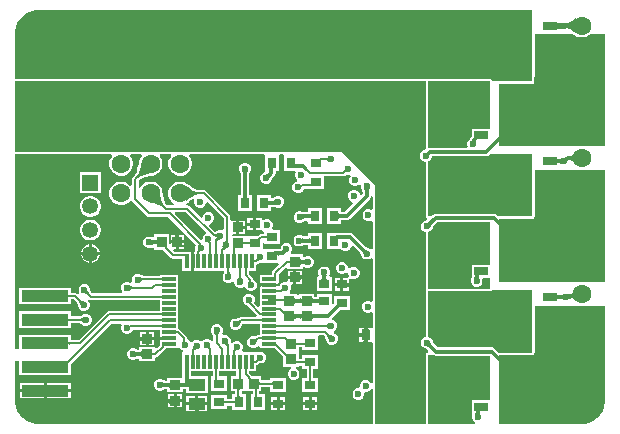
<source format=gtl>
G04*
G04 #@! TF.GenerationSoftware,Altium Limited,Altium Designer,25.8.1 (18)*
G04*
G04 Layer_Physical_Order=1*
G04 Layer_Color=255*
%FSLAX44Y44*%
%MOMM*%
G71*
G04*
G04 #@! TF.SameCoordinates,D7C4C725-C8A4-46AB-A62B-07054BF05DDA*
G04*
G04*
G04 #@! TF.FilePolarity,Positive*
G04*
G01*
G75*
%ADD10C,0.2500*%
%ADD11C,0.1500*%
%ADD12C,0.2000*%
%ADD15R,0.8300X0.9400*%
%ADD16R,0.9400X0.8300*%
%ADD17R,0.8000X0.9500*%
%ADD18R,0.9500X0.8000*%
%ADD19R,1.2000X0.3000*%
%ADD20R,0.3000X1.2000*%
%ADD21R,1.4700X1.0200*%
%ADD22R,4.0000X1.0000*%
%ADD23R,1.2000X0.7500*%
%ADD24R,4.1000X4.5000*%
%ADD25R,2.5000X3.6000*%
%ADD26R,0.8600X0.8000*%
%ADD47C,0.3000*%
%ADD48C,0.5000*%
%ADD49C,1.6000*%
%ADD50C,1.3500*%
%ADD51R,2.3000X2.3000*%
%ADD52R,1.3500X1.3500*%
%ADD53R,1.6000X1.6000*%
%ADD54R,4.0000X4.0000*%
%ADD55C,0.6000*%
%ADD56C,0.5000*%
G36*
X475070Y330700D02*
X473865Y331612D01*
X471587Y333148D01*
X470514Y333772D01*
X469486Y334300D01*
X468501Y334732D01*
X467605Y335052D01*
X467345Y334939D01*
X467073Y334790D01*
X466830Y334623D01*
Y335234D01*
X466767Y335231D01*
Y335280D01*
X466662Y335308D01*
X465809Y335452D01*
X465000Y335500D01*
Y338500D01*
X465809Y338548D01*
X466662Y338692D01*
X466767Y338720D01*
Y338769D01*
X466830Y338737D01*
X466830Y338737D01*
Y339377D01*
X467073Y339211D01*
X467345Y339061D01*
X467605Y338948D01*
X468501Y339268D01*
X469486Y339700D01*
X470514Y340228D01*
X471587Y340852D01*
X473865Y342388D01*
X475070Y343300D01*
Y330700D01*
D02*
G37*
G36*
X500000Y235000D02*
X410000D01*
Y288000D01*
X440000D01*
Y293500D01*
X440400D01*
Y330000D01*
X472608D01*
X472678Y329953D01*
X473613Y329245D01*
X473860Y328998D01*
X476140Y327682D01*
X478684Y327000D01*
X481316D01*
X483860Y327682D01*
X486140Y328998D01*
X487142Y330000D01*
X500000D01*
Y235000D01*
D02*
G37*
G36*
X20000Y350000D02*
X438000D01*
Y293697D01*
X437961Y293500D01*
Y290039D01*
X410000D01*
X409803Y290000D01*
X404039D01*
Y290000D01*
X403884Y290780D01*
X403442Y291442D01*
X402780Y291884D01*
X402000Y292039D01*
X350000D01*
X349220Y291884D01*
X348980Y291724D01*
X348741Y291884D01*
X347961Y292039D01*
X0Y292039D01*
Y330000D01*
Y331970D01*
X769Y335834D01*
X2276Y339473D01*
X4465Y342749D01*
X7251Y345535D01*
X10526Y347724D01*
X14166Y349231D01*
X18030Y350000D01*
X20000D01*
X20000Y350000D01*
D02*
G37*
G36*
X402000Y249750D02*
X387000D01*
Y243297D01*
X386051Y242347D01*
X385277Y241190D01*
X385261Y241107D01*
X385168Y241069D01*
X383761Y239662D01*
X383000Y237824D01*
Y235835D01*
X383405Y234859D01*
X382440Y233359D01*
X351500D01*
X350805Y233630D01*
X350000Y234291D01*
X350000Y290000D01*
X402000D01*
Y249750D01*
D02*
G37*
G36*
X259734Y224928D02*
X259779Y224890D01*
X259855Y224858D01*
X259960Y224829D01*
X260095Y224805D01*
X260259Y224785D01*
X260679Y224759D01*
X261220Y224750D01*
Y223250D01*
X260935Y223242D01*
X260679Y223220D01*
X260455Y223183D01*
X260259Y223130D01*
X260095Y223062D01*
X259960Y222980D01*
X259855Y222882D01*
X259779Y222770D01*
X259734Y222642D01*
X259720Y222500D01*
Y224970D01*
X259734Y224928D01*
D02*
G37*
G36*
X266170Y221623D02*
X265749Y221932D01*
X264916Y222453D01*
X264503Y222664D01*
X264094Y222843D01*
X263689Y222990D01*
X263286Y223104D01*
X262886Y223185D01*
X262489Y223234D01*
X262095Y223250D01*
Y224750D01*
X262489Y224766D01*
X262886Y224815D01*
X263286Y224897D01*
X263689Y225010D01*
X264094Y225157D01*
X264503Y225336D01*
X264916Y225547D01*
X265331Y225791D01*
X265749Y226068D01*
X266170Y226377D01*
Y221623D01*
D02*
G37*
G36*
X472792Y221529D02*
X472575Y221903D01*
X472303Y222239D01*
X471975Y222534D01*
X471593Y222790D01*
X471155Y223007D01*
X470663Y223185D01*
X470116Y223323D01*
X469513Y223421D01*
X468856Y223480D01*
X468143Y223500D01*
Y226500D01*
X468856Y226520D01*
X469513Y226579D01*
X470116Y226677D01*
X470663Y226815D01*
X471155Y226993D01*
X471593Y227210D01*
X471975Y227466D01*
X472303Y227761D01*
X472575Y228097D01*
X472792Y228471D01*
Y221529D01*
D02*
G37*
G36*
X463170Y219623D02*
X462927Y219790D01*
X462655Y219939D01*
X462352Y220070D01*
X462020Y220184D01*
X461658Y220281D01*
X461267Y220360D01*
X460845Y220421D01*
X459913Y220491D01*
X459402Y220500D01*
Y223500D01*
X459913Y223509D01*
X460845Y223579D01*
X461267Y223640D01*
X461658Y223719D01*
X462020Y223816D01*
X462352Y223930D01*
X462655Y224061D01*
X462927Y224210D01*
X463170Y224377D01*
Y219623D01*
D02*
G37*
G36*
X228000Y227750D02*
Y214250D01*
X236963D01*
X237739Y212750D01*
X237201Y211452D01*
Y209463D01*
X237962Y207625D01*
X239047Y206540D01*
X239029Y205889D01*
X238865Y205225D01*
X238710Y204917D01*
X237168Y204279D01*
X235761Y202872D01*
X235000Y201035D01*
Y199045D01*
X235761Y197208D01*
X237168Y195801D01*
X239005Y195040D01*
X240995D01*
X242832Y195801D01*
X244239Y197208D01*
X244959Y198946D01*
X251750D01*
X252021Y199000D01*
X261750D01*
Y209481D01*
X278032D01*
X278032Y209481D01*
X279203Y209714D01*
X280195Y210377D01*
X280726Y210908D01*
X281360Y210645D01*
X283349D01*
X283526Y210718D01*
X284375Y209446D01*
X283761Y208832D01*
X283000Y206995D01*
Y205005D01*
X283761Y203168D01*
X285168Y201761D01*
X287005Y201000D01*
X288995D01*
X290832Y201761D01*
X291614Y202543D01*
X292511Y202188D01*
X293000Y201808D01*
Y200005D01*
X293761Y198168D01*
X294004Y197925D01*
X294050Y197858D01*
X294105Y197757D01*
X294168Y197613D01*
X294232Y197426D01*
X294294Y197194D01*
X294350Y196918D01*
X294393Y196621D01*
X294431Y196110D01*
Y194478D01*
X293386Y193433D01*
X291949Y194117D01*
X291239Y195832D01*
X289832Y197239D01*
X287995Y198000D01*
X286005D01*
X284168Y197239D01*
X282761Y195832D01*
X282000Y193995D01*
Y192005D01*
X282761Y190168D01*
X284168Y188761D01*
X285883Y188051D01*
X286567Y186614D01*
X279522Y179569D01*
X276326D01*
X276147Y179584D01*
X276000Y179609D01*
Y182750D01*
X264000D01*
Y169250D01*
X276000D01*
Y172391D01*
X276147Y172416D01*
X276326Y172431D01*
X281000D01*
X282366Y172703D01*
X283523Y173477D01*
X300523Y190477D01*
X301297Y191634D01*
X301461Y192458D01*
X302961Y192311D01*
Y181877D01*
X301461Y180916D01*
X300478Y181323D01*
X298489D01*
X296651Y180562D01*
X295244Y179156D01*
X294483Y177318D01*
Y175329D01*
X295244Y173491D01*
X296651Y172085D01*
X298489Y171323D01*
X300478D01*
X301461Y171730D01*
X302961Y170770D01*
Y148232D01*
X301461Y147610D01*
X300832Y148239D01*
X298995Y149000D01*
X298651D01*
X298571Y149015D01*
X298460Y149047D01*
X298315Y149105D01*
X298137Y149192D01*
X297929Y149312D01*
X297694Y149468D01*
X297454Y149647D01*
X297066Y149981D01*
X286400Y160646D01*
X285243Y161420D01*
X283877Y161691D01*
X276000D01*
Y161750D01*
X264000D01*
Y148250D01*
X275741D01*
X277146Y146844D01*
X278984Y146083D01*
X280973D01*
X282811Y146844D01*
X284217Y148251D01*
X284910Y149922D01*
X286365Y150589D01*
X292019Y144934D01*
X292353Y144546D01*
X292532Y144305D01*
X292688Y144071D01*
X292808Y143863D01*
X292895Y143685D01*
X292953Y143540D01*
X292985Y143429D01*
X293000Y143349D01*
Y143005D01*
X293761Y141168D01*
X295168Y139761D01*
X297005Y139000D01*
X298995D01*
X300832Y139761D01*
X301461Y140390D01*
X302961Y139768D01*
Y104070D01*
X301461Y103393D01*
X299995Y104000D01*
X298005D01*
X296168Y103239D01*
X294761Y101832D01*
X294000Y99995D01*
Y98005D01*
X294761Y96168D01*
X296168Y94761D01*
X298005Y94000D01*
X299995D01*
X301461Y94607D01*
X302961Y93930D01*
Y82234D01*
X302270Y81020D01*
X301461Y81020D01*
X298681D01*
X298740Y80800D01*
X298875Y80470D01*
X299040Y80199D01*
X299235Y79990D01*
X299460Y79840D01*
X299715Y79749D01*
X300000Y79720D01*
X298270D01*
Y75000D01*
Y70280D01*
X300000D01*
X299715Y70251D01*
X299460Y70160D01*
X299235Y70010D01*
X299040Y69801D01*
X298875Y69531D01*
X298740Y69201D01*
X298681Y68980D01*
X301461D01*
X302270Y68980D01*
X302961Y67766D01*
Y34595D01*
X301461Y34296D01*
X301239Y34832D01*
X299832Y36239D01*
X297995Y37000D01*
X296005D01*
X294168Y36239D01*
X292761Y34832D01*
X292000Y32995D01*
Y31346D01*
X291999Y31004D01*
X290809Y29960D01*
X290005D01*
X288168Y29199D01*
X286761Y27792D01*
X286000Y25955D01*
Y23965D01*
X286761Y22128D01*
X288168Y20721D01*
X290005Y19960D01*
X291995D01*
X293832Y20721D01*
X295239Y22128D01*
X296000Y23965D01*
Y25614D01*
X296001Y25956D01*
X297191Y27000D01*
X297995D01*
X299832Y27761D01*
X301239Y29168D01*
X301461Y29704D01*
X302961Y29405D01*
Y0D01*
X18030D01*
X14166Y769D01*
X10526Y2276D01*
X7251Y4465D01*
X4465Y7251D01*
X2276Y10526D01*
X769Y14166D01*
X0Y18030D01*
Y20000D01*
Y52961D01*
X4000D01*
Y41000D01*
X48000D01*
Y50722D01*
X48006Y50746D01*
X48012Y50858D01*
X48014Y50873D01*
X48021Y50899D01*
X48035Y50940D01*
X48061Y50998D01*
X48102Y51073D01*
X48162Y51164D01*
X48242Y51272D01*
X48271Y51306D01*
X81661Y84696D01*
X89665D01*
X90498Y83196D01*
X90000Y81995D01*
Y80005D01*
X90761Y78168D01*
X92168Y76761D01*
X94005Y76000D01*
X95995D01*
X97832Y76761D01*
X99239Y78168D01*
X99872Y79696D01*
X122620D01*
Y74000D01*
X123350D01*
Y73770D01*
X130620D01*
Y71230D01*
X123350D01*
Y71000D01*
X122620D01*
Y67021D01*
X122566Y66750D01*
Y66381D01*
X120086Y63901D01*
X118700Y64475D01*
Y64950D01*
X105300D01*
Y63863D01*
X104943Y63285D01*
X104830Y63178D01*
X103953Y62644D01*
X103800Y62646D01*
X103676Y62681D01*
X103487Y62750D01*
X103338Y62819D01*
X103225Y62884D01*
X103092Y62979D01*
X102832Y63239D01*
X100995Y64000D01*
X99005D01*
X97168Y63239D01*
X95761Y61832D01*
X95000Y59995D01*
Y58005D01*
X95761Y56168D01*
X97168Y54761D01*
X99005Y54000D01*
X100995D01*
X102832Y54761D01*
X103055Y54984D01*
X103056Y54985D01*
X103145Y55031D01*
X103282Y55087D01*
X103438Y55137D01*
X103800Y55215D01*
X104384Y54977D01*
X104800Y54661D01*
X105300Y54042D01*
Y52650D01*
X118700D01*
Y55996D01*
X118950D01*
X120023Y56210D01*
X120933Y56817D01*
X127353Y63237D01*
X127862Y64000D01*
X138620D01*
X138620Y64000D01*
X140064Y63865D01*
X141168Y62761D01*
X142716Y62120D01*
X142417Y60620D01*
X142000D01*
Y52965D01*
X141931Y52620D01*
Y38750D01*
X129300D01*
Y36964D01*
X127930Y36392D01*
X127810Y36384D01*
X127571Y36411D01*
X127267Y36463D01*
X127001Y36525D01*
X126774Y36594D01*
X126584Y36668D01*
X126428Y36743D01*
X126305Y36818D01*
X126124Y36952D01*
X126115Y36957D01*
X125832Y37239D01*
X123995Y38000D01*
X122005D01*
X120168Y37239D01*
X118761Y35832D01*
X118000Y33995D01*
Y32005D01*
X118761Y30168D01*
X120168Y28761D01*
X122005Y28000D01*
X123995D01*
X125832Y28761D01*
X126014Y28943D01*
X126042Y28957D01*
X126172Y29007D01*
X126355Y29061D01*
X126592Y29115D01*
X126837Y29157D01*
X127760Y29232D01*
X128974D01*
X129153Y29216D01*
X129300Y29191D01*
Y26450D01*
X142700D01*
Y29032D01*
X144650D01*
Y25900D01*
X163350D01*
Y40100D01*
X149069D01*
Y44620D01*
X167696D01*
Y40000D01*
X166250D01*
Y28000D01*
X179750D01*
Y40000D01*
X173304D01*
Y44620D01*
X187696D01*
Y40700D01*
X183250D01*
Y27300D01*
X186596D01*
Y24750D01*
X184000D01*
Y20804D01*
X179750D01*
Y24000D01*
X166250D01*
Y12000D01*
X179750D01*
Y15196D01*
X184000D01*
Y11250D01*
X196000D01*
Y24750D01*
X192204D01*
Y27300D01*
X195550D01*
X195550Y27300D01*
X196450D01*
Y27300D01*
X197050Y27300D01*
X201496D01*
Y24750D01*
X200000D01*
Y11250D01*
X212000D01*
Y24750D01*
X207104D01*
Y27300D01*
X208750D01*
Y31196D01*
X216250D01*
Y27000D01*
X229750D01*
Y39000D01*
X216250D01*
Y36804D01*
X208750D01*
Y40700D01*
X200728D01*
X200704Y40706D01*
X200592Y40712D01*
X200577Y40714D01*
X200551Y40721D01*
X200510Y40735D01*
X200452Y40761D01*
X200378Y40802D01*
X200286Y40862D01*
X200178Y40943D01*
X200144Y40971D01*
X198304Y42811D01*
Y44620D01*
X204000D01*
Y49816D01*
X204250D01*
X205323Y50030D01*
X206233Y50637D01*
X206423Y50827D01*
X206506Y50894D01*
X206618Y50971D01*
X206708Y51022D01*
X206776Y51051D01*
X206824Y51066D01*
X206838Y51069D01*
X207006Y51000D01*
X208995D01*
X210832Y51761D01*
X212239Y53168D01*
X213000Y55005D01*
Y56995D01*
X212239Y58832D01*
X210832Y60239D01*
X208995Y61000D01*
X207006D01*
X205500Y60377D01*
X204000Y60620D01*
Y60620D01*
X192812D01*
X192191Y62120D01*
X192239Y62168D01*
X193000Y64005D01*
Y65995D01*
X192239Y67832D01*
X190832Y69239D01*
X188995Y70000D01*
X187005D01*
X185168Y69239D01*
X184255Y68326D01*
X183140Y68932D01*
X182930Y69122D01*
Y71036D01*
X182169Y72874D01*
X180762Y74280D01*
X178925Y75041D01*
X176935D01*
X175309Y75977D01*
X175239Y76168D01*
X176000Y78005D01*
Y79995D01*
X175239Y81832D01*
X173832Y83239D01*
X171995Y84000D01*
X170005D01*
X168168Y83239D01*
X166761Y81832D01*
X166000Y79995D01*
Y78005D01*
X166761Y76168D01*
X167016Y75913D01*
X167259Y75582D01*
X167478Y75251D01*
X167665Y74932D01*
X167821Y74628D01*
X167948Y74339D01*
X168047Y74064D01*
X168120Y73804D01*
X168171Y73557D01*
X168196Y73351D01*
Y70996D01*
X166696Y70375D01*
X165832Y71239D01*
X163995Y72000D01*
X162005D01*
X160168Y71239D01*
X158761Y69832D01*
X157167Y69904D01*
X156832Y70239D01*
X154995Y71000D01*
X153006D01*
X151168Y70239D01*
X150126Y69197D01*
X148736Y69287D01*
X148404Y69434D01*
X148239Y69832D01*
X146832Y71239D01*
X146354Y71437D01*
X146301Y71481D01*
X146127Y71577D01*
X146073Y71616D01*
X146041Y71644D01*
X146023Y71665D01*
X146009Y71686D01*
X145992Y71718D01*
X145973Y71771D01*
X145953Y71855D01*
X145943Y71930D01*
Y72134D01*
X145927Y72216D01*
X145926Y72220D01*
X145923Y72234D01*
X145729Y73207D01*
X145122Y74117D01*
X139965Y79273D01*
X139056Y79880D01*
X138620Y79967D01*
Y84000D01*
Y94000D01*
Y104000D01*
Y114000D01*
Y126000D01*
X122620D01*
Y125304D01*
X109375D01*
X109128Y125326D01*
X108833Y125371D01*
X108538Y125435D01*
X108242Y125517D01*
X107945Y125619D01*
X107671Y125730D01*
X107014Y126064D01*
X106998Y126073D01*
X106832Y126239D01*
X104995Y127000D01*
X103005D01*
X101168Y126239D01*
X99761Y124832D01*
X99000Y122995D01*
Y121005D01*
X99029Y120935D01*
X98220Y119353D01*
X97832Y119239D01*
X95995Y120000D01*
X94005D01*
X92168Y119239D01*
X90761Y117832D01*
X90000Y115995D01*
Y114005D01*
X90761Y112168D01*
X91125Y111804D01*
X90504Y110304D01*
X65661D01*
X64977Y110988D01*
X64849Y111152D01*
X64710Y111362D01*
X64578Y111598D01*
X64454Y111862D01*
X64339Y112156D01*
X64243Y112456D01*
X64058Y113255D01*
X64000Y113635D01*
Y113995D01*
X63239Y115832D01*
X61832Y117239D01*
X59995Y118000D01*
X58005D01*
X56168Y117239D01*
X54761Y115832D01*
X54000Y113995D01*
Y112005D01*
X54761Y110168D01*
X53589Y109376D01*
X52983Y109983D01*
X52073Y110590D01*
X51000Y110804D01*
X48000D01*
Y115000D01*
X4000D01*
Y101000D01*
X48000D01*
Y105196D01*
X49839D01*
X52430Y102605D01*
X52558Y102441D01*
X52697Y102231D01*
X52829Y101995D01*
X52953Y101731D01*
X53068Y101436D01*
X53165Y101137D01*
X53349Y100337D01*
X53407Y99958D01*
Y99598D01*
X54169Y97760D01*
X55575Y96354D01*
X57413Y95593D01*
X59402D01*
X61240Y96354D01*
X62646Y97760D01*
X63407Y99598D01*
Y101587D01*
X62646Y103425D01*
X62036Y104035D01*
X62993Y105200D01*
X63427Y104910D01*
X64500Y104696D01*
X122620D01*
Y95304D01*
X79787D01*
X78714Y95091D01*
X77804Y94483D01*
X54125Y70804D01*
X48000D01*
Y75000D01*
X4000D01*
Y63039D01*
X0D01*
Y227961D01*
X81859D01*
X82433Y226575D01*
X81998Y226140D01*
X80681Y223860D01*
X80000Y221317D01*
Y218683D01*
X80681Y216140D01*
X81998Y213860D01*
X83860Y211998D01*
X86140Y210681D01*
X88684Y210000D01*
X91316D01*
X93860Y210681D01*
X96140Y211998D01*
X98002Y213860D01*
X99319Y216140D01*
X100000Y218683D01*
Y221317D01*
X99319Y223860D01*
X98002Y226140D01*
X97567Y226575D01*
X98141Y227961D01*
X106859D01*
X107433Y226575D01*
X106998Y226140D01*
X105681Y223860D01*
X105000Y221317D01*
Y220985D01*
X104801Y219598D01*
X104533Y218054D01*
X103905Y215305D01*
X103568Y214182D01*
X103207Y213185D01*
X102833Y212335D01*
X102456Y211637D01*
X102086Y211091D01*
X101826Y210792D01*
X100017Y208983D01*
X99410Y208073D01*
X99196Y207000D01*
Y201878D01*
X97696Y201446D01*
X96140Y203002D01*
X93860Y204319D01*
X91316Y205000D01*
X88684D01*
X86140Y204319D01*
X83860Y203002D01*
X81998Y201140D01*
X80681Y198860D01*
X80000Y196317D01*
Y193683D01*
X80681Y191140D01*
X81998Y188860D01*
X83860Y186998D01*
X86140Y185681D01*
X88684Y185000D01*
X91316D01*
X93860Y185681D01*
X96140Y186998D01*
X97912Y188769D01*
X98367Y188817D01*
X99604Y188635D01*
X100017Y188017D01*
X112053Y175982D01*
X112963Y175374D01*
X114036Y175161D01*
X130006D01*
X153636Y151530D01*
X153000Y149995D01*
Y148006D01*
X153298Y147285D01*
X152910Y146703D01*
X152696Y145630D01*
Y145380D01*
X152000D01*
Y144650D01*
X151770D01*
Y137380D01*
Y130110D01*
X152000D01*
Y129380D01*
X176360D01*
X176530Y129311D01*
X176776Y129143D01*
X176984Y128900D01*
X177296Y128237D01*
X177387Y127880D01*
X177042Y127273D01*
X176929Y127105D01*
X176709Y126885D01*
X175948Y125047D01*
Y123058D01*
X176709Y121220D01*
X178116Y119813D01*
X179953Y119052D01*
X181942D01*
X183780Y119813D01*
X184500Y120534D01*
X186000Y119912D01*
Y119005D01*
X186761Y117168D01*
X188168Y115761D01*
X190005Y115000D01*
X191995D01*
X193635Y115680D01*
X193887Y115740D01*
X195351Y115158D01*
X195761Y114168D01*
X197168Y112761D01*
X199005Y112000D01*
X200995D01*
X202832Y112761D01*
X204239Y114168D01*
X205000Y116005D01*
Y117995D01*
X204239Y119832D01*
X202832Y121239D01*
X202232Y121488D01*
X202157Y121549D01*
X202127Y121558D01*
X202103Y121577D01*
X201977Y121640D01*
X201968Y121665D01*
X201951Y121741D01*
X201943Y121805D01*
Y122018D01*
X201729Y123091D01*
X201122Y124001D01*
X198304Y126819D01*
Y129380D01*
X204000D01*
Y134576D01*
X204250D01*
X205323Y134790D01*
X206233Y135397D01*
X206453Y135618D01*
X206551Y135699D01*
X206691Y135800D01*
X206812Y135874D01*
X206914Y135925D01*
X206995Y135956D01*
X207059Y135974D01*
X207111Y135983D01*
X207156Y135986D01*
X207311Y135978D01*
X207398Y135991D01*
X207484Y135977D01*
X207579Y136000D01*
X208705D01*
X209750Y136433D01*
X211250Y136000D01*
Y136000D01*
X222793D01*
X223415Y134500D01*
X218647Y129733D01*
X218040Y128823D01*
X217826Y127750D01*
Y126000D01*
X207380D01*
Y119000D01*
X208110D01*
Y118770D01*
X215380D01*
Y116230D01*
X208110D01*
Y116000D01*
X207380D01*
Y109000D01*
Y99434D01*
X206013Y98680D01*
X202323Y102370D01*
X203000Y104005D01*
Y105995D01*
X202239Y107832D01*
X200832Y109239D01*
X198995Y110000D01*
X197005D01*
X195168Y109239D01*
X193761Y107832D01*
X193000Y105995D01*
Y104005D01*
X193761Y102168D01*
X195168Y100761D01*
X196722Y100117D01*
X196878Y99884D01*
X204958Y91804D01*
X204337Y90304D01*
X191500D01*
X190427Y90091D01*
X189693Y89600D01*
X189614Y89553D01*
X189585Y89528D01*
X189517Y89483D01*
X189424Y89389D01*
X189355Y89341D01*
X189235Y89274D01*
X189081Y89209D01*
X188888Y89147D01*
X188654Y89093D01*
X188377Y89052D01*
X188057Y89026D01*
X187693Y89018D01*
X187240Y89033D01*
X187040Y89000D01*
X186005D01*
X184168Y88239D01*
X182761Y86832D01*
X182000Y84995D01*
Y83006D01*
X182761Y81168D01*
X184168Y79761D01*
X186005Y79000D01*
X187995D01*
X189832Y79761D01*
X191239Y81168D01*
X191854Y82652D01*
X191857Y82658D01*
X191859Y82664D01*
X192000Y83006D01*
Y83120D01*
X192215Y83695D01*
X192342Y83966D01*
X192492Y84248D01*
X192655Y84519D01*
X192776Y84696D01*
X207380D01*
Y75304D01*
X205925D01*
X204852Y75090D01*
X203942Y74483D01*
X203768Y74309D01*
X203669Y74231D01*
X203544Y74149D01*
X203428Y74088D01*
X203319Y74042D01*
X203212Y74010D01*
X203102Y73989D01*
X203036Y73983D01*
X202995Y74000D01*
X202621D01*
X202608Y74001D01*
X202595Y74000D01*
X201005D01*
X199168Y73239D01*
X197761Y71832D01*
X197000Y69995D01*
Y68005D01*
X197761Y66168D01*
X199168Y64761D01*
X201005Y64000D01*
X202995D01*
X204832Y64761D01*
X205880Y65809D01*
X207380Y65302D01*
Y64000D01*
X215859D01*
X216130Y63946D01*
X219939D01*
X227029Y56856D01*
X227058Y56822D01*
X227138Y56715D01*
X227198Y56623D01*
X227239Y56548D01*
X227265Y56490D01*
X227279Y56449D01*
X227286Y56423D01*
X227288Y56408D01*
X227294Y56296D01*
X227300Y56272D01*
Y48250D01*
X234104D01*
X234402Y46750D01*
X233168Y46239D01*
X231761Y44832D01*
X231000Y42995D01*
Y41005D01*
X231761Y39168D01*
X233168Y37761D01*
X235005Y37000D01*
X236995D01*
X238832Y37761D01*
X240239Y39168D01*
X241000Y41005D01*
Y42995D01*
X240239Y44832D01*
X238832Y46239D01*
X237598Y46750D01*
X237896Y48250D01*
X240700D01*
Y49196D01*
X243250D01*
Y46000D01*
X247196D01*
Y39000D01*
X243250D01*
Y27000D01*
X256750D01*
Y39000D01*
X252804D01*
Y46000D01*
X256750D01*
Y58000D01*
X243250D01*
Y54804D01*
X240700D01*
Y59950D01*
X240700Y60550D01*
X240700D01*
Y61450D01*
X240700D01*
Y64796D01*
X243250D01*
Y62000D01*
X256750D01*
Y74000D01*
X257962Y74696D01*
X261629D01*
X262313Y74012D01*
X262441Y73848D01*
X262580Y73638D01*
X262712Y73402D01*
X262836Y73138D01*
X262951Y72844D01*
X263047Y72544D01*
X263232Y71745D01*
X263290Y71365D01*
Y71005D01*
X264051Y69168D01*
X265458Y67761D01*
X267295Y67000D01*
X269285D01*
X271122Y67761D01*
X272529Y69168D01*
X273290Y71005D01*
Y72994D01*
X272529Y74832D01*
X271122Y76239D01*
X269892Y76748D01*
Y78372D01*
X270832Y78761D01*
X272239Y80168D01*
X273000Y82005D01*
Y83995D01*
X272239Y85832D01*
X270832Y87239D01*
X269294Y87876D01*
X268874Y88913D01*
X268797Y89500D01*
X275297Y96000D01*
X283750D01*
Y108000D01*
X270250D01*
Y101872D01*
X269800Y101541D01*
X268300Y102300D01*
Y110000D01*
X255700D01*
Y107609D01*
X255553Y107584D01*
X255374Y107569D01*
X254026D01*
X253847Y107584D01*
X253700Y107609D01*
Y110150D01*
X240300D01*
Y109752D01*
X239500Y109289D01*
X238700Y109752D01*
Y110150D01*
X233342D01*
X232721Y111650D01*
X233239Y112168D01*
X234000Y114005D01*
Y115995D01*
X233550Y117080D01*
X234451Y118580D01*
X235730D01*
Y122730D01*
X232330D01*
Y122500D01*
X232316Y122642D01*
X232285Y122730D01*
X231030D01*
Y120692D01*
X229995Y120000D01*
X228005D01*
X226168Y119239D01*
X224761Y117832D01*
X224441Y117060D01*
X224150Y116769D01*
X222650Y117256D01*
Y119000D01*
X223380D01*
Y122979D01*
X223434Y123250D01*
Y126589D01*
X228914Y132069D01*
X230300Y131495D01*
Y131050D01*
X243700D01*
Y131863D01*
X243758Y132031D01*
X243878Y132247D01*
X243996Y132395D01*
X244042Y132438D01*
X245168Y132761D01*
X247005Y132000D01*
X248995D01*
X250832Y132761D01*
X252239Y134168D01*
X253000Y136005D01*
Y137995D01*
X252239Y139832D01*
X250832Y141239D01*
X248995Y142000D01*
X247005D01*
X245168Y141239D01*
X244042Y141562D01*
X243996Y141605D01*
X243878Y141753D01*
X243758Y141969D01*
X243700Y142136D01*
Y143350D01*
X234543D01*
X233921Y144850D01*
X234239Y145168D01*
X235000Y147005D01*
Y148995D01*
X234239Y150832D01*
X232832Y152239D01*
X230995Y153000D01*
X229005D01*
X227168Y152239D01*
X225761Y150832D01*
X225142Y149338D01*
X225000Y148995D01*
X225000Y148993D01*
X224750Y148000D01*
X222763D01*
X222719Y148009D01*
X222676Y148000D01*
X222553D01*
X222543Y148001D01*
X222539Y148000D01*
X211250D01*
Y147863D01*
X210534Y147608D01*
X209750Y148358D01*
Y153299D01*
X209873Y153414D01*
X211250Y152820D01*
Y152000D01*
X224750D01*
Y164000D01*
X218321D01*
X217666Y165500D01*
X218290Y167005D01*
Y168995D01*
X217529Y170832D01*
X216122Y172239D01*
X214285Y173000D01*
X212295D01*
X210458Y172239D01*
X209020Y172922D01*
Y174270D01*
X204270D01*
Y169000D01*
Y163730D01*
X209020D01*
X209020Y163730D01*
Y163730D01*
X210395Y163316D01*
X211250Y162596D01*
Y160804D01*
X208750D01*
X207677Y160590D01*
X206767Y159983D01*
X206046Y159261D01*
X206016Y159235D01*
X205907Y159152D01*
X205814Y159091D01*
X205742Y159050D01*
X205689Y159026D01*
X205657Y159014D01*
X205645Y159011D01*
X205551Y159006D01*
X205528Y159000D01*
X196250D01*
Y159000D01*
X195700Y159150D01*
X195700Y159150D01*
X194812Y159150D01*
X184031D01*
X183940Y159280D01*
X183953Y159448D01*
X184722Y160780D01*
X187730D01*
Y166200D01*
Y171620D01*
X183030Y171620D01*
X182554Y172923D01*
Y175382D01*
X182340Y176455D01*
X181733Y177364D01*
X162114Y196983D01*
X161205Y197590D01*
X160132Y197804D01*
X155826D01*
X155431Y197831D01*
X154784Y197957D01*
X154023Y198183D01*
X153159Y198520D01*
X152198Y198970D01*
X151182Y199516D01*
X147469Y201948D01*
X146375Y202768D01*
X146140Y203002D01*
X143860Y204319D01*
X141316Y205000D01*
X138684D01*
X136140Y204319D01*
X133860Y203002D01*
X131998Y201140D01*
X130681Y198860D01*
X130000Y196317D01*
Y193683D01*
X130681Y191140D01*
X131998Y188860D01*
X133860Y186998D01*
X134992Y186345D01*
X134590Y184845D01*
X129121D01*
X128174Y185792D01*
X127914Y186091D01*
X127544Y186637D01*
X127167Y187335D01*
X126793Y188185D01*
X126432Y189182D01*
X126101Y190287D01*
X125194Y194632D01*
X125000Y195985D01*
Y196317D01*
X124319Y198860D01*
X123002Y201140D01*
X121140Y203002D01*
X118860Y204319D01*
X116316Y205000D01*
X113684D01*
X111140Y204319D01*
X108860Y203002D01*
X106998Y201140D01*
X106304Y199938D01*
X104804Y200340D01*
Y205839D01*
X105792Y206826D01*
X106091Y207086D01*
X106637Y207456D01*
X107335Y207833D01*
X108184Y208207D01*
X109182Y208568D01*
X110287Y208899D01*
X114632Y209806D01*
X115985Y210000D01*
X116316D01*
X118860Y210681D01*
X121140Y211998D01*
X123002Y213860D01*
X124319Y216140D01*
X125000Y218683D01*
Y221317D01*
X124319Y223860D01*
X123002Y226140D01*
X122567Y226575D01*
X123141Y227961D01*
X131859D01*
X132433Y226575D01*
X131998Y226140D01*
X130681Y223860D01*
X130000Y221317D01*
Y218683D01*
X130681Y216140D01*
X131998Y213860D01*
X133860Y211998D01*
X136140Y210681D01*
X138684Y210000D01*
X141316D01*
X143860Y210681D01*
X146140Y211998D01*
X148002Y213860D01*
X149319Y216140D01*
X150000Y218683D01*
Y221317D01*
X149319Y223860D01*
X148002Y226140D01*
X147567Y226575D01*
X148141Y227961D01*
X210587D01*
X212000Y227750D01*
X212000Y226461D01*
Y214250D01*
X212000Y214250D01*
X212000D01*
X211630Y212844D01*
X210168Y212239D01*
X208761Y210832D01*
X208000Y208995D01*
Y207005D01*
X208761Y205168D01*
X210168Y203761D01*
X212005Y203000D01*
X213995D01*
X215832Y203761D01*
X217239Y205168D01*
X218000Y207005D01*
Y207349D01*
X218015Y207429D01*
X218047Y207540D01*
X218104Y207685D01*
X218192Y207863D01*
X218312Y208071D01*
X218468Y208305D01*
X218647Y208546D01*
X218981Y208934D01*
X219813Y209766D01*
X220587Y210924D01*
X220858Y212290D01*
Y214250D01*
X224000D01*
X224000Y227750D01*
X225413Y227961D01*
X226587D01*
X228000Y227750D01*
D02*
G37*
G36*
X116032Y212067D02*
X114278Y211815D01*
X109784Y210878D01*
X108541Y210504D01*
X107426Y210101D01*
X106438Y209666D01*
X105578Y209202D01*
X104846Y208706D01*
X104242Y208181D01*
X103181Y209242D01*
X103707Y209846D01*
X104202Y210578D01*
X104666Y211438D01*
X105101Y212426D01*
X105504Y213541D01*
X105878Y214784D01*
X106533Y217653D01*
X106815Y219278D01*
X107067Y221032D01*
X116032Y212067D01*
D02*
G37*
G36*
X218019Y210898D02*
X217664Y210530D01*
X217055Y209821D01*
X216800Y209480D01*
X216579Y209147D01*
X216391Y208823D01*
X216237Y208508D01*
X216116Y208201D01*
X216029Y207903D01*
X215975Y207613D01*
X212613Y210975D01*
X212903Y211029D01*
X213201Y211116D01*
X213508Y211237D01*
X213823Y211391D01*
X214147Y211579D01*
X214480Y211800D01*
X214821Y212055D01*
X215530Y212664D01*
X215898Y213019D01*
X218019Y210898D01*
D02*
G37*
G36*
X300210Y198927D02*
X300061Y198655D01*
X299930Y198352D01*
X299816Y198020D01*
X299719Y197658D01*
X299640Y197267D01*
X299579Y196845D01*
X299509Y195913D01*
X299500Y195402D01*
X296500D01*
X296491Y195913D01*
X296421Y196845D01*
X296360Y197267D01*
X296281Y197658D01*
X296184Y198020D01*
X296070Y198352D01*
X295939Y198655D01*
X295790Y198927D01*
X295623Y199170D01*
X300377D01*
X300210Y198927D01*
D02*
G37*
G36*
X146298Y200277D02*
X150139Y197762D01*
X151281Y197147D01*
X152355Y196644D01*
X153361Y196253D01*
X154298Y195973D01*
X155166Y195806D01*
X155965Y195750D01*
Y194250D01*
X155166Y194194D01*
X154298Y194026D01*
X153361Y193747D01*
X152355Y193356D01*
X151281Y192853D01*
X150139Y192238D01*
X147647Y190673D01*
X146298Y189723D01*
X144880Y188661D01*
Y201339D01*
X146298Y200277D01*
D02*
G37*
G36*
X123185Y194278D02*
X124122Y189784D01*
X124496Y188541D01*
X124899Y187426D01*
X125334Y186438D01*
X125798Y185578D01*
X126293Y184846D01*
X126819Y184242D01*
X125758Y183181D01*
X125154Y183706D01*
X124422Y184202D01*
X123562Y184666D01*
X122574Y185101D01*
X121459Y185504D01*
X120216Y185878D01*
X117347Y186533D01*
X115722Y186815D01*
X113968Y187067D01*
X122933Y196032D01*
X123185Y194278D01*
D02*
G37*
G36*
X438000Y175500D02*
X409547D01*
X408273Y176773D01*
X407116Y177547D01*
X405750Y177819D01*
X356250D01*
X354884Y177547D01*
X353727Y176773D01*
X352453Y175500D01*
X350000D01*
Y222416D01*
X350832Y222761D01*
X352239Y224168D01*
X353000Y226005D01*
Y226221D01*
X398890D01*
X400256Y226493D01*
X401413Y227267D01*
X402647Y228500D01*
X438000D01*
Y175500D01*
D02*
G37*
G36*
X274000Y178715D02*
X274090Y178460D01*
X274240Y178235D01*
X274450Y178040D01*
X274720Y177875D01*
X275049Y177740D01*
X275439Y177635D01*
X275889Y177560D01*
X276399Y177515D01*
X276970Y177500D01*
Y174500D01*
X276399Y174485D01*
X275889Y174440D01*
X275439Y174365D01*
X275049Y174260D01*
X274720Y174125D01*
X274450Y173960D01*
X274240Y173765D01*
X274090Y173540D01*
X274000Y173285D01*
X273969Y173000D01*
Y179000D01*
X274000Y178715D01*
D02*
G37*
G36*
X354019Y169898D02*
X353664Y169530D01*
X353055Y168822D01*
X352800Y168480D01*
X352579Y168147D01*
X352391Y167823D01*
X352237Y167508D01*
X352116Y167201D01*
X352029Y166903D01*
X351975Y166613D01*
X348613Y169975D01*
X348903Y170029D01*
X349201Y170116D01*
X349508Y170237D01*
X349823Y170391D01*
X350147Y170579D01*
X350480Y170800D01*
X350821Y171054D01*
X351530Y171664D01*
X351898Y172019D01*
X354019Y169898D01*
D02*
G37*
G36*
X151546Y190000D02*
X152120Y189285D01*
X152000Y188995D01*
Y187005D01*
X152761Y185168D01*
X154168Y183761D01*
X156005Y183000D01*
X157995D01*
X159832Y183761D01*
X161239Y185168D01*
X162000Y187005D01*
Y187045D01*
X163500Y187666D01*
X176946Y174220D01*
Y164815D01*
X175446Y163813D01*
X174995Y164000D01*
X173005D01*
X171168Y163239D01*
X170865Y162936D01*
X170838Y162923D01*
X169404Y162693D01*
X164483Y167614D01*
X165153Y169065D01*
X166832Y169761D01*
X168239Y171168D01*
X169000Y173005D01*
Y174995D01*
X168239Y176832D01*
X166832Y178239D01*
X164995Y179000D01*
X163005D01*
X161168Y178239D01*
X159761Y176832D01*
X159066Y175153D01*
X157614Y174483D01*
X148074Y184023D01*
X147164Y184631D01*
X146091Y184845D01*
X145410D01*
X145008Y186345D01*
X146140Y186998D01*
X146375Y187232D01*
X147496Y188073D01*
X148777Y188975D01*
X150928Y190326D01*
X151546Y190000D01*
D02*
G37*
G36*
X213281Y156500D02*
X213265Y156643D01*
X213221Y156770D01*
X213146Y156882D01*
X213041Y156980D01*
X212906Y157063D01*
X212740Y157130D01*
X212546Y157183D01*
X212320Y157220D01*
X212066Y157242D01*
X211780Y157250D01*
Y158750D01*
X212066Y158757D01*
X212320Y158780D01*
X212546Y158818D01*
X212740Y158870D01*
X212906Y158938D01*
X213041Y159020D01*
X213146Y159117D01*
X213221Y159230D01*
X213265Y159358D01*
X213281Y159500D01*
Y156500D01*
D02*
G37*
G36*
X161971Y162195D02*
X161619Y160426D01*
X161168Y160239D01*
X159761Y158832D01*
X159000Y156995D01*
Y156218D01*
X157500Y155597D01*
X135246Y177851D01*
X135820Y179237D01*
X144930D01*
X161971Y162195D01*
D02*
G37*
G36*
X208780Y156969D02*
X208579Y156758D01*
X208398Y156548D01*
X208239Y156339D01*
X208101Y156131D01*
X207985Y155924D01*
X207889Y155718D01*
X207815Y155514D01*
X207762Y155311D01*
X207730Y155109D01*
X207719Y154909D01*
X205658Y156969D01*
X205859Y156980D01*
X206061Y157012D01*
X206264Y157065D01*
X206468Y157139D01*
X206674Y157235D01*
X206881Y157351D01*
X207089Y157489D01*
X207298Y157648D01*
X207508Y157829D01*
X207719Y158030D01*
X208780Y156969D01*
D02*
G37*
G36*
X171669Y158063D02*
X174186Y156006D01*
X173829Y155971D01*
X173481Y155912D01*
X173143Y155827D01*
X172814Y155718D01*
X172493Y155585D01*
X172183Y155426D01*
X171881Y155243D01*
X171588Y155035D01*
X171305Y154802D01*
X171030Y154545D01*
X169970Y155606D01*
X170213Y155869D01*
X170426Y156139D01*
X170609Y156418D01*
X170760Y156704D01*
X170882Y156998D01*
X170972Y157300D01*
X171032Y157609D01*
X171052Y157817D01*
X170893Y157954D01*
X170637Y158134D01*
X170364Y158286D01*
X170074Y158410D01*
X169768Y158507D01*
X169445Y158576D01*
X169106Y158618D01*
X168750Y158632D01*
Y160132D01*
X169128Y160144D01*
X169496Y160179D01*
X169854Y160238D01*
X170203Y160320D01*
X170541Y160426D01*
X170870Y160556D01*
X171188Y160709D01*
X171497Y160885D01*
X171796Y161086D01*
X172085Y161309D01*
X171669Y158063D01*
D02*
G37*
G36*
X180500Y156444D02*
X180509Y155987D01*
X180582Y155108D01*
X180646Y154686D01*
X180828Y153877D01*
X180947Y153491D01*
X181084Y153116D01*
X181239Y152753D01*
X181413Y152401D01*
X176718Y153198D01*
X177152Y153617D01*
X177882Y154430D01*
X178179Y154822D01*
X178430Y155206D01*
X178635Y155581D01*
X178795Y155946D01*
X178909Y156303D01*
X178977Y156651D01*
X179000Y156990D01*
X180500Y156444D01*
D02*
G37*
G36*
X198281Y151500D02*
X198265Y151643D01*
X198221Y151770D01*
X198146Y151882D01*
X198041Y151980D01*
X197906Y152063D01*
X197740Y152130D01*
X197546Y152183D01*
X197320Y152220D01*
X197066Y152242D01*
X196780Y152250D01*
Y153750D01*
X197066Y153757D01*
X197320Y153780D01*
X197546Y153818D01*
X197740Y153870D01*
X197906Y153938D01*
X198041Y154020D01*
X198146Y154117D01*
X198221Y154230D01*
X198265Y154358D01*
X198281Y154500D01*
Y151500D01*
D02*
G37*
G36*
X193685Y154358D02*
X193729Y154230D01*
X193804Y154117D01*
X193909Y154020D01*
X194044Y153938D01*
X194209Y153870D01*
X194405Y153818D01*
X194629Y153780D01*
X194884Y153757D01*
X195170Y153750D01*
Y152250D01*
X194884Y152242D01*
X194629Y152220D01*
X194405Y152183D01*
X194209Y152130D01*
X194044Y152063D01*
X193909Y151980D01*
X193804Y151882D01*
X193729Y151770D01*
X193685Y151643D01*
X193669Y151500D01*
Y154500D01*
X193685Y154358D01*
D02*
G37*
G36*
X186857Y148865D02*
X186730Y148820D01*
X186618Y148745D01*
X186520Y148640D01*
X186437Y148505D01*
X186370Y148341D01*
X186318Y148146D01*
X186280Y147921D01*
X186257Y147666D01*
X186250Y147381D01*
X184750D01*
X184746Y147666D01*
X184712Y148146D01*
X184683Y148341D01*
X184645Y148505D01*
X184599Y148640D01*
X184545Y148745D01*
X184482Y148820D01*
X184410Y148865D01*
X184331Y148881D01*
X187000D01*
X186857Y148865D01*
D02*
G37*
G36*
X179352Y148059D02*
X178966Y147970D01*
X178591Y147862D01*
X178229Y147735D01*
X177878Y147589D01*
X177540Y147423D01*
X177214Y147238D01*
X176900Y147034D01*
X176598Y146810D01*
X176308Y146567D01*
X176030Y146305D01*
X174970Y147366D01*
X175206Y147623D01*
X175409Y147889D01*
X175579Y148163D01*
X175716Y148445D01*
X175820Y148735D01*
X175890Y149034D01*
X175927Y149342D01*
X175931Y149657D01*
X175902Y149981D01*
X175840Y150314D01*
X179352Y148059D01*
D02*
G37*
G36*
X157387Y146063D02*
X157315Y146066D01*
X157228Y146047D01*
X157128Y146005D01*
X157014Y145942D01*
X156885Y145856D01*
X156742Y145749D01*
X156415Y145468D01*
X156030Y145100D01*
X154970Y146160D01*
X155120Y146315D01*
X155358Y146595D01*
X155448Y146720D01*
X155516Y146835D01*
X155565Y146940D01*
X155593Y147035D01*
X155601Y147120D01*
X155589Y147194D01*
X155557Y147259D01*
X157387Y146063D01*
D02*
G37*
G36*
X230084Y145001D02*
X229878Y144977D01*
X229653Y144916D01*
X229412Y144819D01*
X229152Y144684D01*
X228875Y144513D01*
X228580Y144305D01*
X227939Y143779D01*
X227591Y143460D01*
X227227Y143105D01*
X225720Y144612D01*
Y142666D01*
X225149Y142651D01*
X224639Y142606D01*
X224189Y142531D01*
X223799Y142426D01*
X223470Y142291D01*
X223200Y142126D01*
X222990Y141931D01*
X222840Y141706D01*
X222750Y141451D01*
X222719Y141166D01*
Y145969D01*
X222750Y145912D01*
X222840Y145860D01*
X222990Y145815D01*
X223200Y145775D01*
X223470Y145742D01*
X224189Y145693D01*
X225527Y145669D01*
X226305Y146580D01*
X226513Y146875D01*
X226684Y147152D01*
X226819Y147411D01*
X226916Y147653D01*
X226977Y147878D01*
X227001Y148084D01*
X230084Y145001D01*
D02*
G37*
G36*
X295470Y148664D02*
X296178Y148055D01*
X296520Y147800D01*
X296853Y147579D01*
X297177Y147391D01*
X297492Y147237D01*
X297799Y147116D01*
X298097Y147029D01*
X298387Y146975D01*
X295025Y143613D01*
X294971Y143903D01*
X294884Y144201D01*
X294763Y144508D01*
X294609Y144823D01*
X294421Y145147D01*
X294200Y145480D01*
X293946Y145822D01*
X293336Y146530D01*
X292981Y146898D01*
X295102Y149019D01*
X295470Y148664D01*
D02*
G37*
G36*
X207407Y138015D02*
X207142Y138028D01*
X206878Y138012D01*
X206614Y137967D01*
X206350Y137893D01*
X206087Y137791D01*
X205825Y137660D01*
X205563Y137501D01*
X205301Y137312D01*
X205041Y137095D01*
X204780Y136850D01*
X203720Y137910D01*
X203958Y138164D01*
X204167Y138419D01*
X204345Y138673D01*
X204494Y138929D01*
X204613Y139185D01*
X204701Y139442D01*
X204760Y139699D01*
X204789Y139956D01*
X204788Y140215D01*
X204757Y140473D01*
X207407Y138015D01*
D02*
G37*
G36*
X201985Y138737D02*
X202029Y138610D01*
X202104Y138497D01*
X202210Y138400D01*
X202345Y138317D01*
X202510Y138250D01*
X202705Y138197D01*
X202929Y138160D01*
X203185Y138138D01*
X203470Y138130D01*
Y136630D01*
X203185Y136622D01*
X202929Y136600D01*
X202705Y136562D01*
X202510Y136510D01*
X202345Y136443D01*
X202210Y136360D01*
X202104Y136263D01*
X202029Y136150D01*
X201985Y136023D01*
X201970Y135880D01*
Y138880D01*
X201985Y138737D01*
D02*
G37*
G36*
X232330Y135700D02*
X232316Y135843D01*
X232271Y135970D01*
X232195Y136082D01*
X232090Y136180D01*
X231956Y136263D01*
X231791Y136330D01*
X231595Y136383D01*
X231371Y136420D01*
X231115Y136442D01*
X230830Y136450D01*
Y137950D01*
X231115Y137957D01*
X231371Y137980D01*
X231595Y138018D01*
X231791Y138070D01*
X231956Y138138D01*
X232090Y138220D01*
X232195Y138317D01*
X232271Y138430D01*
X232316Y138558D01*
X232330Y138700D01*
Y135700D01*
D02*
G37*
G36*
X241700Y139715D02*
X241789Y139460D01*
X241940Y139235D01*
X242150Y139040D01*
X242419Y138875D01*
X242750Y138740D01*
X243139Y138635D01*
X243589Y138560D01*
X243591Y138560D01*
X243845Y138579D01*
X244266Y138640D01*
X244658Y138719D01*
X245020Y138816D01*
X245352Y138930D01*
X245655Y139061D01*
X245927Y139211D01*
X246170Y139377D01*
Y134623D01*
X245927Y134789D01*
X245655Y134939D01*
X245352Y135070D01*
X245020Y135184D01*
X244658Y135281D01*
X244266Y135360D01*
X243845Y135421D01*
X243591Y135440D01*
X243589Y135440D01*
X243139Y135365D01*
X242750Y135260D01*
X242419Y135125D01*
X242150Y134960D01*
X241940Y134765D01*
X241789Y134540D01*
X241700Y134285D01*
X241670Y134000D01*
Y140000D01*
X241700Y139715D01*
D02*
G37*
G36*
X181478Y129628D02*
X181532Y129243D01*
X181621Y128852D01*
X181747Y128456D01*
X181908Y128056D01*
X182105Y127650D01*
X182337Y127239D01*
X182606Y126823D01*
X182910Y126401D01*
X183251Y125975D01*
X178500Y125786D01*
X178777Y126199D01*
X179244Y127021D01*
X179434Y127432D01*
X179595Y127842D01*
X179726Y128251D01*
X179829Y128661D01*
X179902Y129069D01*
X179945Y129477D01*
X179960Y129885D01*
X181460Y130008D01*
X181478Y129628D01*
D02*
G37*
G36*
X221350Y123970D02*
X219130D01*
X219272Y123985D01*
X219400Y124030D01*
X219513Y124105D01*
X219610Y124210D01*
X219693Y124345D01*
X219760Y124510D01*
X219813Y124705D01*
X219850Y124930D01*
X219872Y125185D01*
X219880Y125470D01*
X221380D01*
X221350Y123970D01*
D02*
G37*
G36*
X392509Y126089D02*
X392580Y125159D01*
X392642Y124737D01*
X392722Y124345D01*
X392819Y123981D01*
X392934Y123647D01*
X393068Y123341D01*
X393218Y123065D01*
X393387Y122818D01*
X388613D01*
X388782Y123065D01*
X388932Y123341D01*
X389066Y123647D01*
X389181Y123981D01*
X389278Y124345D01*
X389358Y124737D01*
X389420Y125159D01*
X389491Y126089D01*
X389500Y126598D01*
X392500D01*
X392509Y126089D01*
D02*
G37*
G36*
X191478Y125587D02*
X191533Y125204D01*
X191624Y124816D01*
X191752Y124422D01*
X191917Y124023D01*
X192117Y123618D01*
X192355Y123207D01*
X192629Y122791D01*
X192939Y122370D01*
X193286Y121943D01*
X188537Y121712D01*
X188807Y122122D01*
X189263Y122941D01*
X189448Y123351D01*
X189604Y123761D01*
X189732Y124172D01*
X189832Y124582D01*
X189903Y124993D01*
X189946Y125403D01*
X189960Y125814D01*
X191460Y125964D01*
X191478Y125587D01*
D02*
G37*
G36*
X500000Y120000D02*
X410000D01*
Y173000D01*
X440000D01*
Y175303D01*
X440039Y175500D01*
Y178500D01*
X440400D01*
Y215000D01*
X500000D01*
Y120000D01*
D02*
G37*
G36*
X106020Y124281D02*
X106823Y123874D01*
X107229Y123708D01*
X107638Y123568D01*
X108050Y123454D01*
X108465Y123365D01*
X108883Y123301D01*
X109303Y123263D01*
X109727Y123250D01*
X109990Y121750D01*
X109624Y121730D01*
X109251Y121671D01*
X108872Y121573D01*
X108485Y121435D01*
X108092Y121258D01*
X107692Y121042D01*
X107284Y120786D01*
X106870Y120491D01*
X106021Y119783D01*
X105624Y124523D01*
X106020Y124281D01*
D02*
G37*
G36*
X199902Y121689D02*
X199941Y121383D01*
X200006Y121100D01*
X200097Y120839D01*
X200214Y120601D01*
X200357Y120386D01*
X200526Y120194D01*
X200721Y120024D01*
X200943Y119878D01*
X201190Y119754D01*
X197492Y118646D01*
X197662Y118926D01*
X197815Y119218D01*
X197949Y119524D01*
X198066Y119842D01*
X198165Y120173D01*
X198246Y120516D01*
X198308Y120872D01*
X198353Y121242D01*
X198389Y122018D01*
X199889D01*
X199902Y121689D01*
D02*
G37*
G36*
X402000Y134750D02*
X386900D01*
Y123971D01*
X386761Y123832D01*
X386000Y121995D01*
Y120005D01*
X386761Y118168D01*
X388168Y116761D01*
X390005Y116000D01*
X391995D01*
X393832Y116761D01*
X395239Y118168D01*
X396000Y120005D01*
Y121995D01*
X395997Y122003D01*
X396830Y123250D01*
X402000D01*
Y114000D01*
X350000Y114000D01*
X350000Y162002D01*
X351832Y162761D01*
X353239Y164168D01*
X354000Y166005D01*
Y166349D01*
X354015Y166429D01*
X354047Y166540D01*
X354104Y166685D01*
X354192Y166863D01*
X354312Y167071D01*
X354468Y167306D01*
X354647Y167546D01*
X354981Y167934D01*
X357728Y170681D01*
X402000D01*
Y134750D01*
D02*
G37*
G36*
X97251Y117068D02*
X98084Y116547D01*
X98497Y116336D01*
X98905Y116157D01*
X99312Y116010D01*
X99714Y115896D01*
X100114Y115815D01*
X100511Y115766D01*
X100905Y115750D01*
Y114250D01*
X100511Y114234D01*
X100114Y114185D01*
X99714Y114104D01*
X99312Y113990D01*
X98905Y113843D01*
X98497Y113664D01*
X98084Y113453D01*
X97669Y113209D01*
X97251Y112932D01*
X96830Y112623D01*
Y117377D01*
X97251Y117068D01*
D02*
G37*
G36*
X227301Y112528D02*
X227187Y112590D01*
X227065Y112626D01*
X226935Y112636D01*
X226798Y112620D01*
X226653Y112577D01*
X226500Y112509D01*
X226340Y112413D01*
X226172Y112292D01*
X225996Y112144D01*
X225813Y111970D01*
X224752Y113030D01*
X224991Y113277D01*
X225557Y113941D01*
X225695Y114139D01*
X225807Y114324D01*
X225894Y114496D01*
X225955Y114656D01*
X225990Y114805D01*
X226001Y114940D01*
X227301Y112528D01*
D02*
G37*
G36*
X472456Y109603D02*
X472791Y109600D01*
X472901Y107781D01*
X473499Y105338D01*
X473290Y105578D01*
X473026Y105793D01*
X472706Y105982D01*
X472330Y106146D01*
X471899Y106285D01*
X471439Y106392D01*
X471268Y106345D01*
X470886Y106201D01*
X470521Y106025D01*
X470174Y105817D01*
X469844Y105577D01*
X469532Y105305D01*
X469237Y105001D01*
X468933Y106600D01*
X468912Y106601D01*
Y106709D01*
X468348Y109680D01*
X468421Y109665D01*
X468576Y109651D01*
X469528Y109621D01*
X469982Y109662D01*
X470436Y109739D01*
X470835Y109846D01*
X471179Y109985D01*
X471468Y110154D01*
X471703Y110353D01*
X471884Y110584D01*
X472010Y110845D01*
X472081Y111137D01*
X472456Y109603D01*
D02*
G37*
G36*
X62054Y112871D02*
X62275Y111913D01*
X62417Y111472D01*
X62580Y111056D01*
X62763Y110666D01*
X62968Y110300D01*
X63193Y109960D01*
X63439Y109645D01*
X63706Y109355D01*
X62645Y108294D01*
X62355Y108561D01*
X62040Y108807D01*
X61700Y109032D01*
X61334Y109237D01*
X60944Y109420D01*
X60528Y109583D01*
X60087Y109725D01*
X59621Y109846D01*
X59130Y109946D01*
X58613Y110025D01*
X61975Y113387D01*
X62054Y112871D01*
D02*
G37*
G36*
X45985Y109358D02*
X46030Y109230D01*
X46104Y109117D01*
X46210Y109020D01*
X46344Y108938D01*
X46509Y108870D01*
X46705Y108818D01*
X46929Y108780D01*
X47185Y108757D01*
X47470Y108750D01*
Y107250D01*
X47185Y107242D01*
X46929Y107220D01*
X46705Y107183D01*
X46509Y107130D01*
X46344Y107063D01*
X46210Y106980D01*
X46104Y106882D01*
X46030Y106770D01*
X45985Y106643D01*
X45970Y106500D01*
Y109500D01*
X45985Y109358D01*
D02*
G37*
G36*
X242330Y101000D02*
X242300Y101285D01*
X242211Y101540D01*
X242061Y101765D01*
X241850Y101960D01*
X241581Y102125D01*
X241250Y102260D01*
X240861Y102365D01*
X240410Y102440D01*
X239900Y102485D01*
X239500Y102495D01*
X239100Y102485D01*
X238589Y102440D01*
X238139Y102365D01*
X237750Y102260D01*
X237419Y102125D01*
X237150Y101960D01*
X236940Y101765D01*
X236789Y101540D01*
X236700Y101285D01*
X236670Y101000D01*
Y107000D01*
X236700Y106715D01*
X236789Y106460D01*
X236940Y106235D01*
X237150Y106040D01*
X237419Y105875D01*
X237750Y105740D01*
X238139Y105635D01*
X238589Y105560D01*
X239100Y105515D01*
X239500Y105505D01*
X239900Y105515D01*
X240410Y105560D01*
X240861Y105635D01*
X241250Y105740D01*
X241581Y105875D01*
X241850Y106040D01*
X242061Y106235D01*
X242211Y106460D01*
X242300Y106715D01*
X242330Y107000D01*
Y101000D01*
D02*
G37*
G36*
X465170Y104623D02*
X464927Y104789D01*
X464655Y104939D01*
X464352Y105070D01*
X464020Y105184D01*
X463658Y105281D01*
X463266Y105360D01*
X462845Y105421D01*
X461913Y105491D01*
X461402Y105500D01*
Y108500D01*
X461913Y108509D01*
X462845Y108579D01*
X463266Y108640D01*
X463658Y108719D01*
X464020Y108816D01*
X464352Y108930D01*
X464655Y109061D01*
X464927Y109211D01*
X465170Y109377D01*
Y104623D01*
D02*
G37*
G36*
X227330Y103500D02*
X227316Y103643D01*
X227271Y103770D01*
X227195Y103883D01*
X227090Y103980D01*
X226956Y104063D01*
X226791Y104130D01*
X226595Y104183D01*
X226371Y104220D01*
X226115Y104242D01*
X225830Y104250D01*
Y105750D01*
X226115Y105758D01*
X226371Y105780D01*
X226595Y105817D01*
X226791Y105870D01*
X226956Y105938D01*
X227090Y106020D01*
X227195Y106117D01*
X227271Y106230D01*
X227316Y106357D01*
X227330Y106500D01*
Y103500D01*
D02*
G37*
G36*
X216145Y106965D02*
X216190Y106710D01*
X216265Y106485D01*
X216370Y106290D01*
X216505Y106125D01*
X216670Y105990D01*
X216865Y105885D01*
X217090Y105810D01*
X217345Y105765D01*
X217630Y105750D01*
Y104250D01*
X217345Y104235D01*
X217090Y104190D01*
X216865Y104115D01*
X216670Y104010D01*
X216505Y103875D01*
X216370Y103710D01*
X216265Y103515D01*
X216190Y103290D01*
X216145Y103035D01*
X216130Y102750D01*
X215317Y103970D01*
X214350D01*
X214403Y103980D01*
X214450Y104011D01*
X214493Y104062D01*
X214529Y104134D01*
X214560Y104227D01*
X214585Y104340D01*
X214605Y104474D01*
X214619Y104629D01*
X214630Y105000D01*
X214627Y105196D01*
X214605Y105526D01*
X214585Y105660D01*
X214560Y105773D01*
X214529Y105866D01*
X214493Y105938D01*
X214450Y105989D01*
X214403Y106020D01*
X214350Y106031D01*
X215317D01*
X216130Y107250D01*
X216145Y106965D01*
D02*
G37*
G36*
X257731Y101000D02*
X257701Y101285D01*
X257610Y101540D01*
X257460Y101765D01*
X257250Y101960D01*
X256980Y102125D01*
X256651Y102260D01*
X256261Y102365D01*
X255811Y102440D01*
X255301Y102485D01*
X254730Y102500D01*
Y105500D01*
X255301Y105515D01*
X255811Y105560D01*
X256261Y105635D01*
X256651Y105740D01*
X256980Y105875D01*
X257250Y106040D01*
X257460Y106235D01*
X257610Y106460D01*
X257701Y106715D01*
X257731Y107000D01*
Y101000D01*
D02*
G37*
G36*
X251700Y106715D02*
X251789Y106460D01*
X251940Y106235D01*
X252150Y106040D01*
X252419Y105875D01*
X252750Y105740D01*
X253139Y105635D01*
X253589Y105560D01*
X254100Y105515D01*
X254669Y105500D01*
Y102500D01*
X254100Y102485D01*
X253589Y102440D01*
X253139Y102365D01*
X252750Y102260D01*
X252419Y102125D01*
X252150Y101960D01*
X251940Y101765D01*
X251789Y101540D01*
X251700Y101285D01*
X251670Y101000D01*
Y107000D01*
X251700Y106715D01*
D02*
G37*
G36*
X55052Y105031D02*
X55367Y104785D01*
X55708Y104560D01*
X56073Y104356D01*
X56464Y104172D01*
X56879Y104010D01*
X57320Y103868D01*
X57786Y103747D01*
X58278Y103647D01*
X58794Y103568D01*
X55432Y100206D01*
X55353Y100722D01*
X55132Y101680D01*
X54990Y102121D01*
X54828Y102536D01*
X54644Y102927D01*
X54440Y103292D01*
X54215Y103633D01*
X53969Y103948D01*
X53702Y104238D01*
X54762Y105298D01*
X55052Y105031D01*
D02*
G37*
G36*
X227543Y95779D02*
X227755Y95598D01*
X227967Y95439D01*
X228179Y95301D01*
X228391Y95185D01*
X228603Y95089D01*
X228815Y95015D01*
X229028Y94962D01*
X229240Y94930D01*
X229452Y94920D01*
X227330Y92798D01*
X227320Y93010D01*
X227288Y93222D01*
X227235Y93435D01*
X227161Y93647D01*
X227065Y93859D01*
X226949Y94071D01*
X226811Y94283D01*
X226652Y94495D01*
X226471Y94707D01*
X226270Y94920D01*
X227330Y95980D01*
X227543Y95779D01*
D02*
G37*
G36*
X242330Y87800D02*
X242300Y88085D01*
X242211Y88340D01*
X242061Y88565D01*
X241850Y88760D01*
X241581Y88925D01*
X241250Y89060D01*
X240861Y89165D01*
X240410Y89240D01*
X239900Y89285D01*
X239500Y89296D01*
X239100Y89285D01*
X238589Y89240D01*
X238139Y89165D01*
X237750Y89060D01*
X237419Y88925D01*
X237150Y88760D01*
X236940Y88565D01*
X236789Y88340D01*
X236700Y88085D01*
X236670Y87800D01*
Y93800D01*
X236700Y93515D01*
X236789Y93260D01*
X236940Y93035D01*
X237150Y92840D01*
X237419Y92675D01*
X237750Y92540D01*
X238139Y92435D01*
X238589Y92360D01*
X239100Y92315D01*
X239500Y92304D01*
X239900Y92315D01*
X240410Y92360D01*
X240861Y92435D01*
X241250Y92540D01*
X241581Y92675D01*
X241850Y92840D01*
X242061Y93035D01*
X242211Y93260D01*
X242300Y93515D01*
X242330Y93800D01*
Y87800D01*
D02*
G37*
G36*
X251700Y93515D02*
X251789Y93260D01*
X251940Y93035D01*
X252150Y92840D01*
X252419Y92675D01*
X252750Y92540D01*
X253139Y92435D01*
X253589Y92360D01*
X254100Y92315D01*
X254669Y92300D01*
Y89300D01*
X254100Y89285D01*
X253589Y89240D01*
X253139Y89165D01*
X252750Y89060D01*
X252419Y88925D01*
X252150Y88760D01*
X251940Y88565D01*
X251789Y88340D01*
X251700Y88085D01*
X251670Y87800D01*
Y93800D01*
X251700Y93515D01*
D02*
G37*
G36*
X192006Y86945D02*
X191711Y86634D01*
X191434Y86309D01*
X191176Y85971D01*
X190937Y85619D01*
X190717Y85254D01*
X190516Y84876D01*
X190334Y84484D01*
X190025Y83661D01*
X189899Y83229D01*
X187173Y86995D01*
X187681Y86978D01*
X188160Y86988D01*
X188611Y87025D01*
X189034Y87088D01*
X189428Y87178D01*
X189793Y87295D01*
X190130Y87439D01*
X190438Y87609D01*
X190718Y87807D01*
X190970Y88030D01*
X192006Y86945D01*
D02*
G37*
G36*
X266288Y80537D02*
X265878Y80807D01*
X265059Y81263D01*
X264649Y81448D01*
X264238Y81604D01*
X263828Y81732D01*
X263418Y81832D01*
X263007Y81903D01*
X262597Y81946D01*
X262186Y81960D01*
X262036Y83460D01*
X262413Y83478D01*
X262796Y83533D01*
X263184Y83624D01*
X263578Y83752D01*
X263977Y83917D01*
X264382Y84117D01*
X264793Y84355D01*
X265209Y84629D01*
X265630Y84939D01*
X266057Y85286D01*
X266288Y80537D01*
D02*
G37*
G36*
X173068Y76749D02*
X172547Y75915D01*
X172336Y75503D01*
X172157Y75094D01*
X172010Y74689D01*
X171896Y74286D01*
X171815Y73886D01*
X171766Y73489D01*
X171750Y73095D01*
X170250D01*
X170234Y73489D01*
X170185Y73886D01*
X170103Y74286D01*
X169990Y74689D01*
X169843Y75094D01*
X169664Y75503D01*
X169453Y75915D01*
X169209Y76331D01*
X168932Y76749D01*
X168623Y77170D01*
X173377D01*
X173068Y76749D01*
D02*
G37*
G36*
X206455Y71970D02*
X206198Y71695D01*
X205965Y71412D01*
X205757Y71119D01*
X205574Y70817D01*
X205415Y70507D01*
X205282Y70186D01*
X205173Y69857D01*
X205089Y69519D01*
X205029Y69171D01*
X204994Y68814D01*
X202414Y71971D01*
X202748Y71940D01*
X203073Y71938D01*
X203391Y71968D01*
X203700Y72028D01*
X204002Y72119D01*
X204296Y72240D01*
X204583Y72392D01*
X204861Y72574D01*
X205131Y72787D01*
X205394Y73030D01*
X206455Y71970D01*
D02*
G37*
G36*
X264935Y76439D02*
X265250Y76193D01*
X265590Y75967D01*
X265956Y75763D01*
X266346Y75580D01*
X266762Y75417D01*
X267203Y75275D01*
X267669Y75154D01*
X268160Y75054D01*
X268677Y74975D01*
X265315Y71613D01*
X265236Y72130D01*
X265015Y73087D01*
X264873Y73528D01*
X264710Y73944D01*
X264527Y74334D01*
X264323Y74700D01*
X264097Y75040D01*
X263851Y75355D01*
X263584Y75645D01*
X264645Y76706D01*
X264935Y76439D01*
D02*
G37*
G36*
X229537Y72579D02*
X230089Y72101D01*
X230251Y71985D01*
X230402Y71889D01*
X230541Y71815D01*
X230669Y71762D01*
X230786Y71730D01*
X230891Y71720D01*
X229331Y70159D01*
X229320Y70264D01*
X229288Y70381D01*
X229235Y70509D01*
X229161Y70648D01*
X229065Y70799D01*
X228949Y70961D01*
X228652Y71318D01*
X228270Y71720D01*
X229331Y72780D01*
X229537Y72579D01*
D02*
G37*
G36*
X143903Y71796D02*
X143946Y71479D01*
X144017Y71183D01*
X144117Y70908D01*
X144246Y70654D01*
X144403Y70420D01*
X144588Y70208D01*
X144802Y70016D01*
X145045Y69846D01*
X145316Y69696D01*
X141419Y68528D01*
X141603Y68860D01*
X141768Y69197D01*
X141913Y69541D01*
X142040Y69892D01*
X142146Y70249D01*
X142234Y70613D01*
X142302Y70983D01*
X142350Y71360D01*
X142389Y72134D01*
X143889D01*
X143903Y71796D01*
D02*
G37*
G36*
X45985Y69358D02*
X46030Y69230D01*
X46104Y69117D01*
X46210Y69020D01*
X46344Y68938D01*
X46509Y68870D01*
X46705Y68818D01*
X46929Y68780D01*
X47185Y68758D01*
X47470Y68750D01*
Y67250D01*
X47185Y67242D01*
X46929Y67220D01*
X46705Y67182D01*
X46509Y67130D01*
X46344Y67063D01*
X46210Y66980D01*
X46104Y66883D01*
X46030Y66770D01*
X45985Y66642D01*
X45970Y66500D01*
Y69500D01*
X45985Y69358D01*
D02*
G37*
G36*
X245280Y66100D02*
X245266Y66242D01*
X245221Y66370D01*
X245145Y66483D01*
X245040Y66580D01*
X244905Y66663D01*
X244741Y66730D01*
X244545Y66782D01*
X244321Y66820D01*
X244065Y66842D01*
X243780Y66850D01*
Y68350D01*
X244065Y68358D01*
X244321Y68380D01*
X244545Y68418D01*
X244741Y68470D01*
X244905Y68538D01*
X245040Y68620D01*
X245145Y68717D01*
X245221Y68830D01*
X245266Y68958D01*
X245280Y69100D01*
Y66100D01*
D02*
G37*
G36*
X238685Y68958D02*
X238729Y68830D01*
X238805Y68717D01*
X238910Y68620D01*
X239045Y68538D01*
X239210Y68470D01*
X239405Y68418D01*
X239629Y68380D01*
X239885Y68358D01*
X240170Y68350D01*
Y66850D01*
X239885Y66842D01*
X239629Y66820D01*
X239405Y66782D01*
X239210Y66730D01*
X239045Y66663D01*
X238910Y66580D01*
X238805Y66483D01*
X238729Y66370D01*
X238685Y66242D01*
X238670Y66100D01*
Y69100D01*
X238685Y68958D01*
D02*
G37*
G36*
X180239Y68106D02*
X180215Y68019D01*
X180212Y67923D01*
X180233Y67817D01*
X180275Y67703D01*
X180340Y67579D01*
X180426Y67447D01*
X180535Y67305D01*
X180667Y67154D01*
X180820Y66994D01*
X179760Y65933D01*
X179536Y66152D01*
X178789Y66790D01*
X178639Y66890D01*
X178504Y66967D01*
X178383Y67019D01*
X178277Y67048D01*
X178186Y67052D01*
X180286Y68184D01*
X180239Y68106D01*
D02*
G37*
G36*
X126169Y66022D02*
X126159Y65998D01*
X126150Y65958D01*
X126142Y65901D01*
X126130Y65739D01*
X126120Y65220D01*
X124620D01*
X124650Y66031D01*
X126180D01*
X126169Y66022D01*
D02*
G37*
G36*
X351914Y68726D02*
X352001Y68428D01*
X352122Y68121D01*
X352276Y67805D01*
X352464Y67481D01*
X352685Y67148D01*
X352940Y66807D01*
X353549Y66098D01*
X353904Y65731D01*
X351783Y63609D01*
X351416Y63964D01*
X350707Y64574D01*
X350365Y64829D01*
X350033Y65050D01*
X349708Y65237D01*
X349393Y65392D01*
X349086Y65512D01*
X348788Y65600D01*
X348498Y65654D01*
X351860Y69015D01*
X351914Y68726D01*
D02*
G37*
G36*
X165410Y65187D02*
X165374Y65065D01*
X165364Y64935D01*
X165380Y64798D01*
X165422Y64653D01*
X165491Y64500D01*
X165587Y64340D01*
X165708Y64172D01*
X165856Y63996D01*
X166030Y63813D01*
X164970Y62752D01*
X164723Y62991D01*
X164058Y63557D01*
X163861Y63695D01*
X163676Y63807D01*
X163504Y63894D01*
X163344Y63955D01*
X163195Y63990D01*
X163060Y64001D01*
X165473Y65301D01*
X165410Y65187D01*
D02*
G37*
G36*
X154186Y63006D02*
X153829Y62971D01*
X153481Y62912D01*
X153143Y62827D01*
X152814Y62718D01*
X152493Y62585D01*
X152183Y62426D01*
X151881Y62243D01*
X151588Y62035D01*
X151305Y61803D01*
X151030Y61545D01*
X149970Y62606D01*
X150213Y62868D01*
X150426Y63139D01*
X150609Y63418D01*
X150760Y63704D01*
X150882Y63998D01*
X150972Y64300D01*
X151032Y64609D01*
X151062Y64927D01*
X151060Y65252D01*
X151029Y65586D01*
X154186Y63006D01*
D02*
G37*
G36*
X187940Y62001D02*
X187805Y61990D01*
X187656Y61955D01*
X187496Y61894D01*
X187323Y61807D01*
X187139Y61695D01*
X186942Y61557D01*
X186510Y61206D01*
X186276Y60992D01*
X186030Y60752D01*
X184970Y61813D01*
X185144Y61996D01*
X185292Y62172D01*
X185413Y62340D01*
X185509Y62501D01*
X185578Y62653D01*
X185620Y62798D01*
X185637Y62935D01*
X185627Y63065D01*
X185590Y63187D01*
X185527Y63301D01*
X187940Y62001D01*
D02*
G37*
G36*
X107331Y55900D02*
X107301Y56185D01*
X107211Y56440D01*
X107060Y56665D01*
X106851Y56860D01*
X106580Y57025D01*
X106250Y57160D01*
X105861Y57265D01*
X105410Y57340D01*
X104909Y57384D01*
X104082Y57327D01*
X103660Y57271D01*
X102911Y57109D01*
X102583Y57004D01*
X102288Y56883D01*
X102023Y56746D01*
X101790Y56593D01*
X101869Y61346D01*
X102121Y61167D01*
X102401Y61006D01*
X102709Y60864D01*
X103045Y60741D01*
X103409Y60637D01*
X103802Y60551D01*
X104222Y60485D01*
X104987Y60423D01*
X105410Y60460D01*
X105861Y60535D01*
X106250Y60640D01*
X106580Y60775D01*
X106851Y60940D01*
X107060Y61135D01*
X107211Y61360D01*
X107301Y61615D01*
X107331Y61900D01*
Y55900D01*
D02*
G37*
G36*
X438000Y60000D02*
X410047D01*
X406496Y63551D01*
X405338Y64324D01*
X403973Y64596D01*
X357965D01*
X354866Y67694D01*
X354532Y68083D01*
X354353Y68323D01*
X354197Y68557D01*
X354077Y68765D01*
X353990Y68943D01*
X353932Y69089D01*
X353900Y69200D01*
X353885Y69279D01*
Y69623D01*
X353124Y71461D01*
X351717Y72867D01*
X350000Y73579D01*
Y111961D01*
X402000Y111961D01*
X402780Y112116D01*
X403442Y112558D01*
X403737Y113000D01*
X438000D01*
Y60000D01*
D02*
G37*
G36*
X113148Y59802D02*
X113289Y59749D01*
X113482Y59703D01*
X113728Y59662D01*
X114376Y59600D01*
X115740Y59553D01*
X116299Y59550D01*
Y58050D01*
X115740Y58047D01*
X113482Y57897D01*
X113289Y57851D01*
X113148Y57798D01*
X113060Y57739D01*
Y59861D01*
X113148Y59802D01*
D02*
G37*
G36*
X116685Y60157D02*
X116729Y60030D01*
X116805Y59917D01*
X116910Y59820D01*
X117044Y59738D01*
X117210Y59670D01*
X117404Y59618D01*
X117629Y59580D01*
X117885Y59557D01*
X118169Y59550D01*
Y58050D01*
X117885Y58042D01*
X117629Y58020D01*
X117404Y57983D01*
X117210Y57930D01*
X117044Y57863D01*
X116910Y57780D01*
X116805Y57682D01*
X116729Y57570D01*
X116685Y57442D01*
X116670Y57300D01*
Y60300D01*
X116685Y60157D01*
D02*
G37*
G36*
X229543Y59379D02*
X229755Y59198D01*
X229967Y59039D01*
X230179Y58901D01*
X230391Y58785D01*
X230603Y58689D01*
X230815Y58615D01*
X231028Y58562D01*
X231240Y58530D01*
X231452Y58520D01*
X229331Y56398D01*
X229320Y56610D01*
X229288Y56823D01*
X229235Y57035D01*
X229161Y57247D01*
X229065Y57459D01*
X228949Y57671D01*
X228811Y57883D01*
X228652Y58095D01*
X228471Y58307D01*
X228270Y58520D01*
X229331Y59580D01*
X229543Y59379D01*
D02*
G37*
G36*
X207377Y53065D02*
X207110Y53107D01*
X206845Y53117D01*
X206582Y53097D01*
X206320Y53046D01*
X206059Y52963D01*
X205800Y52850D01*
X205543Y52706D01*
X205287Y52532D01*
X205033Y52326D01*
X204780Y52090D01*
X203720Y53150D01*
X203972Y53417D01*
X204197Y53686D01*
X204394Y53956D01*
X204564Y54229D01*
X204706Y54502D01*
X204820Y54778D01*
X204907Y55055D01*
X204966Y55334D01*
X204998Y55614D01*
X205002Y55897D01*
X207377Y53065D01*
D02*
G37*
G36*
X201985Y53977D02*
X202029Y53850D01*
X202104Y53738D01*
X202210Y53640D01*
X202345Y53558D01*
X202510Y53490D01*
X202705Y53438D01*
X202929Y53400D01*
X203185Y53377D01*
X203470Y53370D01*
Y51870D01*
X203185Y51863D01*
X202929Y51840D01*
X202705Y51803D01*
X202510Y51750D01*
X202345Y51683D01*
X202210Y51600D01*
X202104Y51502D01*
X202029Y51390D01*
X201985Y51262D01*
X201970Y51120D01*
Y54120D01*
X201985Y53977D01*
D02*
G37*
G36*
X47030Y52969D02*
X46829Y52757D01*
X46648Y52545D01*
X46489Y52333D01*
X46351Y52121D01*
X46235Y51909D01*
X46139Y51697D01*
X46065Y51485D01*
X46012Y51272D01*
X45980Y51060D01*
X45970Y50848D01*
X43848Y52969D01*
X44060Y52980D01*
X44272Y53012D01*
X44485Y53065D01*
X44697Y53139D01*
X44909Y53235D01*
X45121Y53351D01*
X45333Y53489D01*
X45545Y53648D01*
X45757Y53829D01*
X45970Y54030D01*
X47030Y52969D01*
D02*
G37*
G36*
X245280Y50500D02*
X245266Y50642D01*
X245221Y50770D01*
X245145Y50883D01*
X245040Y50980D01*
X244905Y51062D01*
X244741Y51130D01*
X244545Y51182D01*
X244321Y51220D01*
X244065Y51242D01*
X243780Y51250D01*
Y52750D01*
X244065Y52758D01*
X244321Y52780D01*
X244545Y52818D01*
X244741Y52870D01*
X244905Y52937D01*
X245040Y53020D01*
X245145Y53117D01*
X245221Y53230D01*
X245266Y53358D01*
X245280Y53500D01*
Y50500D01*
D02*
G37*
G36*
X238685Y53358D02*
X238729Y53230D01*
X238805Y53117D01*
X238910Y53020D01*
X239045Y52937D01*
X239210Y52870D01*
X239405Y52818D01*
X239629Y52780D01*
X239885Y52758D01*
X240170Y52750D01*
Y51250D01*
X239885Y51242D01*
X239629Y51220D01*
X239405Y51182D01*
X239210Y51130D01*
X239045Y51062D01*
X238910Y50980D01*
X238805Y50883D01*
X238729Y50770D01*
X238685Y50642D01*
X238670Y50500D01*
Y53500D01*
X238685Y53358D01*
D02*
G37*
G36*
X251357Y48015D02*
X251230Y47970D01*
X251117Y47895D01*
X251020Y47790D01*
X250938Y47656D01*
X250870Y47491D01*
X250818Y47295D01*
X250780Y47070D01*
X250758Y46816D01*
X250750Y46530D01*
X249250D01*
X249242Y46816D01*
X249220Y47070D01*
X249182Y47295D01*
X249130Y47491D01*
X249062Y47656D01*
X248980Y47790D01*
X248883Y47895D01*
X248770Y47970D01*
X248643Y48015D01*
X248500Y48031D01*
X251500D01*
X251357Y48015D01*
D02*
G37*
G36*
X191257Y39885D02*
X191280Y39629D01*
X191318Y39404D01*
X191370Y39209D01*
X191437Y39044D01*
X191520Y38909D01*
X191618Y38805D01*
X191730Y38730D01*
X191857Y38685D01*
X192000Y38670D01*
X189000D01*
X189142Y38685D01*
X189270Y38730D01*
X189382Y38805D01*
X189480Y38909D01*
X189562Y39044D01*
X189630Y39209D01*
X189683Y39404D01*
X189720Y39629D01*
X189743Y39885D01*
X189750Y40170D01*
X191250D01*
X191257Y39885D01*
D02*
G37*
G36*
X171258Y39185D02*
X171280Y38930D01*
X171318Y38705D01*
X171370Y38510D01*
X171438Y38345D01*
X171520Y38210D01*
X171618Y38105D01*
X171730Y38030D01*
X171858Y37985D01*
X172000Y37970D01*
X169000D01*
X169143Y37985D01*
X169270Y38030D01*
X169383Y38105D01*
X169480Y38210D01*
X169563Y38345D01*
X169630Y38510D01*
X169683Y38705D01*
X169720Y38930D01*
X169743Y39185D01*
X169750Y39470D01*
X171250D01*
X171258Y39185D01*
D02*
G37*
G36*
X250758Y38184D02*
X250780Y37929D01*
X250818Y37705D01*
X250870Y37510D01*
X250938Y37345D01*
X251020Y37209D01*
X251117Y37104D01*
X251230Y37030D01*
X251357Y36985D01*
X251500Y36969D01*
X248500D01*
X248643Y36985D01*
X248770Y37030D01*
X248883Y37104D01*
X248980Y37209D01*
X249062Y37345D01*
X249130Y37510D01*
X249182Y37705D01*
X249220Y37929D01*
X249242Y38184D01*
X249250Y38470D01*
X250750D01*
X250758Y38184D01*
D02*
G37*
G36*
X198693Y39529D02*
X198905Y39348D01*
X199117Y39189D01*
X199329Y39051D01*
X199541Y38935D01*
X199753Y38839D01*
X199965Y38765D01*
X200178Y38712D01*
X200390Y38680D01*
X200602Y38670D01*
X198480Y36548D01*
X198470Y36760D01*
X198438Y36972D01*
X198385Y37185D01*
X198311Y37397D01*
X198215Y37609D01*
X198099Y37821D01*
X197961Y38033D01*
X197802Y38245D01*
X197621Y38457D01*
X197420Y38670D01*
X198480Y39730D01*
X198693Y39529D01*
D02*
G37*
G36*
X131330Y29800D02*
X131300Y30085D01*
X131210Y30340D01*
X131060Y30565D01*
X130850Y30760D01*
X130581Y30925D01*
X130251Y31060D01*
X129860Y31165D01*
X129410Y31240D01*
X128900Y31285D01*
X128380Y31299D01*
X127949Y31293D01*
X126582Y31182D01*
X126194Y31116D01*
X125838Y31035D01*
X125516Y30939D01*
X125227Y30828D01*
X124972Y30703D01*
X124749Y30563D01*
X124908Y35315D01*
X125168Y35122D01*
X125454Y34950D01*
X125767Y34797D01*
X126107Y34665D01*
X126473Y34554D01*
X126866Y34462D01*
X127285Y34391D01*
X127731Y34341D01*
X128559Y34306D01*
X128900Y34315D01*
X129410Y34360D01*
X129860Y34435D01*
X130251Y34540D01*
X130581Y34675D01*
X130850Y34840D01*
X131060Y35035D01*
X131210Y35260D01*
X131300Y35515D01*
X131330Y35800D01*
Y29800D01*
D02*
G37*
G36*
X218281Y32500D02*
X218265Y32643D01*
X218221Y32770D01*
X218146Y32882D01*
X218041Y32980D01*
X217906Y33063D01*
X217740Y33130D01*
X217546Y33182D01*
X217320Y33220D01*
X217066Y33242D01*
X216780Y33250D01*
Y34750D01*
X217066Y34757D01*
X217320Y34780D01*
X217546Y34818D01*
X217740Y34870D01*
X217906Y34938D01*
X218041Y35020D01*
X218146Y35117D01*
X218221Y35230D01*
X218265Y35357D01*
X218281Y35500D01*
Y32500D01*
D02*
G37*
G36*
X206735Y35357D02*
X206780Y35230D01*
X206855Y35117D01*
X206960Y35020D01*
X207095Y34938D01*
X207260Y34870D01*
X207455Y34818D01*
X207680Y34780D01*
X207935Y34757D01*
X208220Y34750D01*
Y33250D01*
X207935Y33242D01*
X207680Y33220D01*
X207455Y33182D01*
X207260Y33130D01*
X207095Y33063D01*
X206960Y32980D01*
X206855Y32882D01*
X206780Y32770D01*
X206735Y32643D01*
X206720Y32500D01*
Y35500D01*
X206735Y35357D01*
D02*
G37*
G36*
X144800Y32600D02*
Y31100D01*
X141179Y34100D01*
X143140Y34142D01*
X143792Y34194D01*
X144036Y34228D01*
X144226Y34267D01*
X144360Y34311D01*
X144439Y34361D01*
X144800Y32600D01*
D02*
G37*
G36*
X205658Y29316D02*
X205530Y29271D01*
X205417Y29195D01*
X205320Y29090D01*
X205238Y28956D01*
X205170Y28791D01*
X205117Y28595D01*
X205080Y28370D01*
X205058Y28115D01*
X205050Y27831D01*
X203550D01*
X203542Y28115D01*
X203520Y28370D01*
X203482Y28595D01*
X203430Y28791D01*
X203363Y28956D01*
X203280Y29090D01*
X203183Y29195D01*
X203070Y29271D01*
X202943Y29316D01*
X202800Y29330D01*
X205800D01*
X205658Y29316D01*
D02*
G37*
G36*
X190758D02*
X190630Y29271D01*
X190518Y29195D01*
X190420Y29090D01*
X190338Y28956D01*
X190270Y28791D01*
X190217Y28595D01*
X190180Y28370D01*
X190158Y28115D01*
X190150Y27831D01*
X188650D01*
X188643Y28115D01*
X188620Y28370D01*
X188582Y28595D01*
X188530Y28791D01*
X188463Y28956D01*
X188380Y29090D01*
X188283Y29195D01*
X188170Y29271D01*
X188043Y29316D01*
X187900Y29330D01*
X190900D01*
X190758Y29316D01*
D02*
G37*
G36*
X205058Y23935D02*
X205080Y23680D01*
X205117Y23455D01*
X205170Y23260D01*
X205238Y23095D01*
X205320Y22960D01*
X205417Y22855D01*
X205530Y22780D01*
X205658Y22735D01*
X205800Y22720D01*
X202800D01*
X202943Y22735D01*
X203070Y22780D01*
X203183Y22855D01*
X203280Y22960D01*
X203363Y23095D01*
X203430Y23260D01*
X203482Y23455D01*
X203520Y23680D01*
X203542Y23935D01*
X203550Y24220D01*
X205050D01*
X205058Y23935D01*
D02*
G37*
G36*
X190158D02*
X190180Y23680D01*
X190217Y23455D01*
X190270Y23260D01*
X190338Y23095D01*
X190420Y22960D01*
X190518Y22855D01*
X190630Y22780D01*
X190758Y22735D01*
X190900Y22720D01*
X187900D01*
X188043Y22735D01*
X188170Y22780D01*
X188283Y22855D01*
X188380Y22960D01*
X188463Y23095D01*
X188530Y23260D01*
X188582Y23455D01*
X188620Y23680D01*
X188643Y23935D01*
X188650Y24220D01*
X190150D01*
X190158Y23935D01*
D02*
G37*
G36*
X186031Y16500D02*
X186015Y16643D01*
X185970Y16770D01*
X185896Y16882D01*
X185791Y16980D01*
X185655Y17063D01*
X185490Y17130D01*
X185296Y17183D01*
X185070Y17220D01*
X184816Y17242D01*
X184531Y17250D01*
Y18750D01*
X184816Y18757D01*
X185070Y18780D01*
X185296Y18817D01*
X185490Y18870D01*
X185655Y18937D01*
X185791Y19020D01*
X185896Y19117D01*
X185970Y19230D01*
X186015Y19358D01*
X186031Y19500D01*
Y16500D01*
D02*
G37*
G36*
X177735Y19358D02*
X177780Y19230D01*
X177855Y19117D01*
X177960Y19020D01*
X178095Y18937D01*
X178260Y18870D01*
X178455Y18817D01*
X178680Y18780D01*
X178935Y18757D01*
X179220Y18750D01*
Y17250D01*
X178935Y17242D01*
X178680Y17220D01*
X178455Y17183D01*
X178260Y17130D01*
X178095Y17063D01*
X177960Y16980D01*
X177855Y16882D01*
X177780Y16770D01*
X177735Y16643D01*
X177720Y16500D01*
Y19500D01*
X177735Y19358D01*
D02*
G37*
G36*
X393509Y11089D02*
X393580Y10159D01*
X393642Y9737D01*
X393722Y9345D01*
X393819Y8981D01*
X393935Y8647D01*
X394067Y8341D01*
X394218Y8065D01*
X394387Y7818D01*
X389613D01*
X389782Y8065D01*
X389933Y8341D01*
X390065Y8647D01*
X390181Y8981D01*
X390278Y9345D01*
X390358Y9737D01*
X390420Y10159D01*
X390491Y11089D01*
X390500Y11598D01*
X393500D01*
X393509Y11089D01*
D02*
G37*
G36*
X500000Y20000D02*
Y18030D01*
X499231Y14166D01*
X497724Y10526D01*
X495535Y7251D01*
X492749Y4465D01*
X489473Y2276D01*
X485834Y769D01*
X481970Y0D01*
X410000D01*
Y57922D01*
X410047Y57961D01*
X438000D01*
X438197Y58000D01*
X440000D01*
Y59803D01*
X440039Y60000D01*
Y63500D01*
X440400D01*
Y100000D01*
X500000D01*
Y20000D01*
D02*
G37*
G36*
X355121Y57730D02*
X356486Y57459D01*
X402000D01*
Y19750D01*
X386900D01*
Y8250D01*
X386900D01*
X387283Y7677D01*
X387000Y6995D01*
Y5005D01*
X387761Y3168D01*
X389168Y1761D01*
X389798Y1500D01*
X389500Y0D01*
X350000D01*
X350000Y58000D01*
X354717D01*
X355121Y57730D01*
D02*
G37*
G36*
X347961Y290000D02*
X347961Y234291D01*
X347980Y234191D01*
X347971Y234091D01*
X348058Y233804D01*
X348116Y233510D01*
X348106Y233382D01*
X348036Y233127D01*
X347650Y232279D01*
X347374Y231973D01*
X346049Y231710D01*
X344395Y230605D01*
X343290Y228951D01*
X342902Y227000D01*
X343290Y225049D01*
X344395Y223395D01*
X346049Y222290D01*
X347961Y221910D01*
Y175500D01*
X348116Y174720D01*
X348558Y174058D01*
X348743Y173935D01*
X348859Y173748D01*
X348968Y173435D01*
X349017Y172898D01*
X349007Y172768D01*
X348881Y172265D01*
X348860Y172190D01*
X348685Y172104D01*
X348540Y172047D01*
X348428Y172015D01*
X348240Y171980D01*
X348076Y171914D01*
X347049Y171710D01*
X345395Y170605D01*
X344290Y168951D01*
X343902Y167000D01*
X344290Y165049D01*
X345395Y163395D01*
X347049Y162290D01*
X347981Y162105D01*
X347961Y162002D01*
X347961Y114000D01*
X348116Y113220D01*
X348276Y112980D01*
X348116Y112741D01*
X347961Y111961D01*
Y73579D01*
X347968Y73544D01*
X346934Y73338D01*
X345280Y72233D01*
X344175Y70579D01*
X343787Y68628D01*
X344175Y66677D01*
X345280Y65024D01*
X346934Y63918D01*
X347962Y63714D01*
X348125Y63649D01*
X348314Y63614D01*
X348425Y63581D01*
X348570Y63524D01*
X348748Y63437D01*
X348956Y63316D01*
X349191Y63161D01*
X349431Y62982D01*
X349819Y62647D01*
X350000Y62467D01*
Y60039D01*
X349220Y59884D01*
X348558Y59442D01*
X348116Y58780D01*
X347961Y58000D01*
X347961Y0D01*
X305000D01*
Y202000D01*
X277000Y230000D01*
X140655D01*
X140000Y230086D01*
X139345Y230000D01*
X115655D01*
X115000Y230086D01*
X114345Y230000D01*
X90655D01*
X90000Y230086D01*
X89345Y230000D01*
X0D01*
Y290000D01*
X347961Y290000D01*
D02*
G37*
%LPC*%
G36*
X72750Y212750D02*
X55250D01*
Y195250D01*
X72750D01*
Y212750D01*
D02*
G37*
G36*
X217000Y193750D02*
X205000D01*
Y180250D01*
X217000D01*
Y183391D01*
X217147Y183416D01*
X217326Y183431D01*
X219713D01*
X220951Y183388D01*
X221085Y183376D01*
X221106Y183372D01*
X222005Y183000D01*
X223995D01*
X225832Y183761D01*
X227239Y185168D01*
X228000Y187005D01*
Y188995D01*
X227239Y190832D01*
X225832Y192239D01*
X223995Y193000D01*
X222005D01*
X220168Y192239D01*
X219516Y191587D01*
X219360Y191484D01*
X219128Y191253D01*
X218951Y191105D01*
X218769Y190977D01*
X218578Y190867D01*
X218500Y190832D01*
X217898Y191031D01*
X217512Y191240D01*
X217306Y191416D01*
X217071Y191720D01*
X217000Y191860D01*
Y193750D01*
D02*
G37*
G36*
X195995Y221000D02*
X194005D01*
X192168Y220239D01*
X190761Y218832D01*
X190000Y216995D01*
Y215005D01*
X190761Y213168D01*
X191004Y212925D01*
X191050Y212858D01*
X191105Y212757D01*
X191168Y212613D01*
X191232Y212426D01*
X191294Y212194D01*
X191350Y211918D01*
X191393Y211621D01*
X191431Y211110D01*
Y194076D01*
X191416Y193897D01*
X191391Y193750D01*
X189000D01*
Y180250D01*
X201000D01*
Y193750D01*
X198609D01*
X198584Y193897D01*
X198569Y194076D01*
Y211110D01*
X198607Y211621D01*
X198650Y211918D01*
X198706Y212194D01*
X198768Y212426D01*
X198832Y212613D01*
X198895Y212757D01*
X198950Y212858D01*
X198996Y212925D01*
X199239Y213168D01*
X200000Y215005D01*
Y216995D01*
X199239Y218832D01*
X197832Y220239D01*
X195995Y221000D01*
D02*
G37*
G36*
X260000Y182750D02*
X248000D01*
Y179609D01*
X247853Y179584D01*
X247674Y179569D01*
X243522D01*
X242854Y179436D01*
X242350Y179645D01*
X240360D01*
X238523Y178884D01*
X237116Y177477D01*
X236355Y175640D01*
Y173650D01*
X237116Y171813D01*
X238523Y170406D01*
X240360Y169645D01*
X242350D01*
X244187Y170406D01*
X245277Y171495D01*
X245306Y171519D01*
X245335Y171554D01*
X245594Y171813D01*
X246750Y172061D01*
X248000Y171119D01*
Y169250D01*
X260000D01*
Y182750D01*
D02*
G37*
G36*
X65152Y192750D02*
X62848D01*
X60623Y192154D01*
X58627Y191002D01*
X56998Y189373D01*
X55846Y187377D01*
X55250Y185152D01*
Y182848D01*
X55846Y180623D01*
X56998Y178627D01*
X58627Y176998D01*
X60623Y175846D01*
X62848Y175250D01*
X65152D01*
X67377Y175846D01*
X69373Y176998D01*
X71002Y178627D01*
X72154Y180623D01*
X72750Y182848D01*
Y185152D01*
X72154Y187377D01*
X71002Y189373D01*
X69373Y191002D01*
X67377Y192154D01*
X65152Y192750D01*
D02*
G37*
G36*
X201730Y174270D02*
X196980D01*
Y170270D01*
X201730D01*
Y174270D01*
D02*
G37*
G36*
X190270Y171620D02*
Y167470D01*
X194970D01*
Y171620D01*
X190270D01*
D02*
G37*
G36*
X201730Y167730D02*
X196980D01*
Y163730D01*
X201730D01*
Y167730D01*
D02*
G37*
G36*
X194970Y164930D02*
X190270D01*
Y160780D01*
X194970D01*
Y164930D01*
D02*
G37*
G36*
X260000Y161750D02*
X248000D01*
Y158649D01*
X247853Y158624D01*
X247674Y158609D01*
X245890D01*
X245379Y158647D01*
X245082Y158690D01*
X244806Y158746D01*
X244574Y158808D01*
X244387Y158872D01*
X244243Y158934D01*
X244142Y158990D01*
X244075Y159036D01*
X243832Y159279D01*
X241995Y160040D01*
X240005D01*
X238168Y159279D01*
X236761Y157872D01*
X236000Y156034D01*
Y154045D01*
X236761Y152208D01*
X238168Y150801D01*
X240005Y150040D01*
X241995D01*
X243832Y150801D01*
X244075Y151044D01*
X244142Y151090D01*
X244243Y151145D01*
X244387Y151208D01*
X244574Y151272D01*
X244806Y151334D01*
X245082Y151390D01*
X245379Y151433D01*
X245890Y151471D01*
X247674D01*
X247853Y151456D01*
X248000Y151431D01*
Y148250D01*
X260000D01*
Y161750D01*
D02*
G37*
G36*
X130550Y160700D02*
X118250D01*
Y158546D01*
X118232Y158473D01*
X118105Y158197D01*
X118030Y158093D01*
X116643Y157670D01*
X114805Y158431D01*
X112816D01*
X110978Y157670D01*
X109572Y156264D01*
X108811Y154426D01*
Y152437D01*
X109572Y150599D01*
X110978Y149193D01*
X112816Y148431D01*
X114805D01*
X116643Y149193D01*
X118030Y148770D01*
X118105Y148665D01*
X118232Y148390D01*
X118250Y148317D01*
Y147300D01*
X125662D01*
X125817Y147067D01*
X132237Y140647D01*
X133147Y140040D01*
X134220Y139826D01*
X142000D01*
Y129380D01*
X149000D01*
Y130110D01*
X149230D01*
Y137380D01*
Y144650D01*
X149000D01*
Y145380D01*
X145021D01*
X144750Y145434D01*
X135381D01*
X134171Y146644D01*
X134745Y148030D01*
X136330D01*
Y152730D01*
X132180D01*
Y152258D01*
X130680Y151457D01*
X130550Y151544D01*
Y160700D01*
D02*
G37*
G36*
X143020Y159970D02*
X138870D01*
Y155270D01*
X143020D01*
Y159970D01*
D02*
G37*
G36*
X136330D02*
X132180D01*
Y155270D01*
X136330D01*
Y159970D01*
D02*
G37*
G36*
X65152Y172750D02*
X62848D01*
X60623Y172154D01*
X58627Y171002D01*
X56998Y169373D01*
X55846Y167377D01*
X55250Y165152D01*
Y162848D01*
X55846Y160623D01*
X56998Y158627D01*
X58627Y156998D01*
X60623Y155846D01*
X62848Y155250D01*
X65152D01*
X67377Y155846D01*
X69373Y156998D01*
X71002Y158627D01*
X72154Y160623D01*
X72750Y162848D01*
Y165152D01*
X72154Y167377D01*
X71002Y169373D01*
X69373Y171002D01*
X67377Y172154D01*
X65152Y172750D01*
D02*
G37*
G36*
X143020Y152730D02*
X138870D01*
Y148030D01*
X143020D01*
Y152730D01*
D02*
G37*
G36*
X65270Y151963D02*
Y145270D01*
X71963D01*
X71473Y147096D01*
X70418Y148924D01*
X68924Y150418D01*
X67096Y151474D01*
X65270Y151963D01*
D02*
G37*
G36*
X62730D02*
X60904Y151474D01*
X59076Y150418D01*
X57582Y148924D01*
X56526Y147096D01*
X56037Y145270D01*
X62730D01*
Y151963D01*
D02*
G37*
G36*
X71963Y142730D02*
X65270D01*
Y136037D01*
X67096Y136526D01*
X68924Y137582D01*
X70418Y139076D01*
X71473Y140904D01*
X71963Y142730D01*
D02*
G37*
G36*
X62730D02*
X56037D01*
X56526Y140904D01*
X57582Y139076D01*
X59076Y137582D01*
X60904Y136526D01*
X62730Y136037D01*
Y142730D01*
D02*
G37*
G36*
X242970Y129420D02*
X238270D01*
Y125270D01*
X241670D01*
Y127000D01*
X241700Y126715D01*
X241789Y126460D01*
X241940Y126235D01*
X242150Y126040D01*
X242419Y125875D01*
X242750Y125740D01*
X242970Y125681D01*
Y129420D01*
D02*
G37*
G36*
X235730D02*
X231030D01*
Y125270D01*
X232285D01*
X232316Y125358D01*
X232330Y125500D01*
Y125270D01*
X235730D01*
Y129420D01*
D02*
G37*
G36*
X277995Y136710D02*
X276005D01*
X274168Y135949D01*
X272761Y134542D01*
X272000Y132704D01*
Y130715D01*
X272761Y128878D01*
X274168Y127471D01*
X276005Y126710D01*
X277995D01*
X279832Y127471D01*
X280387Y128026D01*
X281887Y127404D01*
Y126641D01*
X282648Y124803D01*
X282681Y124770D01*
X282060Y123270D01*
X281903Y123270D01*
X278270D01*
Y119270D01*
X283020D01*
Y122168D01*
Y122270D01*
Y122270D01*
X283020Y122325D01*
X283287Y122602D01*
X283413Y122663D01*
X284520Y123204D01*
X285892Y122635D01*
X287882D01*
X289719Y123397D01*
X291126Y124803D01*
X291887Y126641D01*
Y128630D01*
X291126Y130468D01*
X289719Y131874D01*
X287882Y132635D01*
X285892D01*
X284055Y131874D01*
X283500Y131320D01*
X282000Y131941D01*
Y132704D01*
X281239Y134542D01*
X279832Y135949D01*
X277995Y136710D01*
D02*
G37*
G36*
X275730Y123270D02*
X270980D01*
Y119270D01*
X275730D01*
Y123270D01*
D02*
G37*
G36*
X241670Y122730D02*
X238270D01*
Y118580D01*
X242970D01*
Y122319D01*
X242750Y122260D01*
X242419Y122125D01*
X242150Y121960D01*
X241940Y121765D01*
X241789Y121540D01*
X241700Y121285D01*
X241670Y121000D01*
Y122730D01*
D02*
G37*
G36*
X282316Y116730D02*
X278270D01*
Y112730D01*
X283020D01*
Y115959D01*
X282655Y115988D01*
X282172Y116000D01*
X282316Y116730D01*
D02*
G37*
G36*
X275730D02*
X270980D01*
Y112730D01*
X275730D01*
Y116730D01*
D02*
G37*
G36*
X262995Y133000D02*
X261005D01*
X259168Y132239D01*
X257761Y130832D01*
X257000Y128995D01*
Y127005D01*
X257624Y125500D01*
X257154Y124425D01*
X256816Y124011D01*
X256793Y124000D01*
X255700D01*
Y112000D01*
X268300D01*
Y124000D01*
X267208D01*
X267184Y124011D01*
X266846Y124425D01*
X266376Y125500D01*
X267000Y127005D01*
Y128995D01*
X266239Y130832D01*
X264832Y132239D01*
X262995Y133000D01*
D02*
G37*
G36*
X48000Y95000D02*
X4000D01*
Y81000D01*
X48000D01*
Y85196D01*
X54351D01*
X54557Y85171D01*
X54804Y85120D01*
X55064Y85047D01*
X55339Y84948D01*
X55628Y84821D01*
X55908Y84678D01*
X56603Y84243D01*
X56913Y84016D01*
X57168Y83761D01*
X59005Y83000D01*
X60995D01*
X62832Y83761D01*
X64239Y85168D01*
X65000Y87005D01*
Y88995D01*
X64239Y90832D01*
X62832Y92239D01*
X60995Y93000D01*
X59005D01*
X57168Y92239D01*
X56913Y91984D01*
X56582Y91741D01*
X56251Y91522D01*
X55932Y91335D01*
X55628Y91179D01*
X55339Y91052D01*
X55064Y90953D01*
X54804Y90879D01*
X54557Y90829D01*
X54351Y90804D01*
X48000D01*
Y95000D01*
D02*
G37*
G36*
X295319Y81020D02*
X291730D01*
Y76681D01*
X291950Y76740D01*
X292281Y76875D01*
X292551Y77040D01*
X292761Y77235D01*
X292910Y77460D01*
X293001Y77715D01*
X293030Y78000D01*
Y76270D01*
X295730D01*
Y79720D01*
X294000D01*
X294285Y79749D01*
X294540Y79840D01*
X294765Y79990D01*
X294960Y80199D01*
X295125Y80470D01*
X295260Y80800D01*
X295319Y81020D01*
D02*
G37*
G36*
X117970Y77420D02*
X113270D01*
Y73270D01*
X117970D01*
Y77420D01*
D02*
G37*
G36*
X110730D02*
X106030D01*
Y73270D01*
X110730D01*
Y77420D01*
D02*
G37*
G36*
X295730Y73730D02*
X293030D01*
Y72000D01*
X293001Y72285D01*
X292910Y72540D01*
X292761Y72765D01*
X292551Y72960D01*
X292281Y73125D01*
X291950Y73260D01*
X291730Y73319D01*
Y68980D01*
X295319D01*
X295260Y69201D01*
X295125Y69531D01*
X294960Y69801D01*
X294765Y70010D01*
X294540Y70160D01*
X294285Y70251D01*
X294000Y70280D01*
X295730D01*
Y73730D01*
D02*
G37*
G36*
X117970Y70730D02*
X113270D01*
Y66580D01*
X117970D01*
Y70730D01*
D02*
G37*
G36*
X110730D02*
X106030D01*
Y66580D01*
X110730D01*
Y70730D01*
D02*
G37*
G36*
X47270Y34270D02*
X27270D01*
Y29270D01*
X47270D01*
Y34270D01*
D02*
G37*
G36*
X24730D02*
X4730D01*
Y29270D01*
X24730D01*
Y34270D01*
D02*
G37*
G36*
X47270Y26730D02*
X27270D01*
Y21730D01*
X47270D01*
Y26730D01*
D02*
G37*
G36*
X24730D02*
X4730D01*
Y21730D01*
X24730D01*
Y26730D01*
D02*
G37*
G36*
X141970Y24820D02*
X137270D01*
Y20670D01*
X141970D01*
Y24820D01*
D02*
G37*
G36*
X134730D02*
X130030D01*
Y20681D01*
X130251Y20740D01*
X130581Y20875D01*
X130850Y21040D01*
X131060Y21235D01*
X131210Y21460D01*
X131300Y21715D01*
X131330Y22000D01*
Y20670D01*
X134730D01*
Y24820D01*
D02*
G37*
G36*
X229020Y22270D02*
X224270D01*
Y18270D01*
X229020D01*
Y22270D01*
D02*
G37*
G36*
X221730D02*
X216980D01*
Y18270D01*
X221730D01*
Y22270D01*
D02*
G37*
G36*
X256020Y22270D02*
X251270D01*
Y18270D01*
X256020D01*
Y22270D01*
D02*
G37*
G36*
X162620Y23370D02*
X155270D01*
Y18270D01*
X162620D01*
Y23370D01*
D02*
G37*
G36*
X248730Y22270D02*
X243980D01*
Y18270D01*
X248730D01*
Y22270D01*
D02*
G37*
G36*
X152730Y23370D02*
X145380D01*
Y18270D01*
X152730D01*
Y23370D01*
D02*
G37*
G36*
X134730Y18130D02*
X131330D01*
Y16000D01*
X131300Y16285D01*
X131210Y16540D01*
X131060Y16765D01*
X130850Y16960D01*
X130581Y17125D01*
X130251Y17260D01*
X130030Y17319D01*
Y13980D01*
X134730D01*
Y18130D01*
D02*
G37*
G36*
X141970D02*
X137270D01*
Y13980D01*
X141970D01*
Y18130D01*
D02*
G37*
G36*
X229020Y15730D02*
X224270D01*
Y11730D01*
X229020D01*
Y15730D01*
D02*
G37*
G36*
X221730D02*
X216980D01*
Y11730D01*
X221730D01*
Y15730D01*
D02*
G37*
G36*
X256020Y15730D02*
X251270D01*
Y11730D01*
X256020D01*
Y15730D01*
D02*
G37*
G36*
X248730D02*
X243980D01*
Y11730D01*
X248730D01*
Y15730D01*
D02*
G37*
G36*
X162620D02*
X155270D01*
Y11598D01*
X155500D01*
X155509Y11087D01*
X155543Y10630D01*
X162620D01*
Y15730D01*
D02*
G37*
G36*
X152730D02*
X145380D01*
Y10630D01*
X152457D01*
X152491Y11087D01*
X152500Y11598D01*
X152730D01*
Y15730D01*
D02*
G37*
%LPD*%
G36*
X221604Y185345D02*
X221506Y185374D01*
X221332Y185401D01*
X221081Y185424D01*
X219308Y185486D01*
X217811Y185496D01*
X217400Y185485D01*
X216889Y185440D01*
X216439Y185365D01*
X216049Y185260D01*
X215720Y185125D01*
X215450Y184960D01*
X215240Y184765D01*
X215089Y184540D01*
X215000Y184285D01*
X214970Y184000D01*
Y190000D01*
X215000Y189715D01*
X215089Y189460D01*
X215240Y189235D01*
X215450Y189040D01*
X215720Y188875D01*
X216049Y188740D01*
X216439Y188635D01*
X216889Y188560D01*
X217400Y188515D01*
X217450Y188514D01*
X217500Y188515D01*
X217939Y188561D01*
X218360Y188638D01*
X218763Y188746D01*
X219148Y188884D01*
X219514Y189054D01*
X219862Y189254D01*
X220193Y189484D01*
X220504Y189746D01*
X220798Y190038D01*
X221604Y185345D01*
D02*
G37*
G36*
X197211Y213927D02*
X197061Y213655D01*
X196930Y213352D01*
X196816Y213020D01*
X196719Y212658D01*
X196640Y212267D01*
X196579Y211845D01*
X196509Y210913D01*
X196500Y210402D01*
X193500D01*
X193491Y210913D01*
X193421Y211845D01*
X193360Y212267D01*
X193281Y212658D01*
X193184Y213020D01*
X193070Y213352D01*
X192939Y213655D01*
X192789Y213927D01*
X192623Y214170D01*
X197377D01*
X197211Y213927D01*
D02*
G37*
G36*
X196515Y194149D02*
X196560Y193640D01*
X196635Y193190D01*
X196740Y192799D01*
X196875Y192470D01*
X197040Y192199D01*
X197235Y191989D01*
X197460Y191840D01*
X197715Y191749D01*
X198000Y191719D01*
X192000D01*
X192285Y191749D01*
X192540Y191840D01*
X192765Y191989D01*
X192960Y192199D01*
X193125Y192470D01*
X193260Y192799D01*
X193365Y193190D01*
X193440Y193640D01*
X193485Y194149D01*
X193500Y194720D01*
X196500D01*
X196515Y194149D01*
D02*
G37*
G36*
X250030Y173000D02*
X250000Y173285D01*
X249911Y173540D01*
X249760Y173765D01*
X249550Y173960D01*
X249280Y174125D01*
X248951Y174260D01*
X248561Y174365D01*
X248111Y174440D01*
X247600Y174485D01*
X247217Y174495D01*
X246895Y174483D01*
X246460Y174433D01*
X246046Y174349D01*
X245653Y174232D01*
X245281Y174082D01*
X244931Y173898D01*
X244602Y173680D01*
X244294Y173429D01*
X244007Y173145D01*
X243741Y172827D01*
X242573Y177386D01*
X247031Y177500D01*
Y177500D01*
X247600Y177515D01*
X248111Y177560D01*
X248561Y177635D01*
X248951Y177740D01*
X249280Y177875D01*
X249550Y178040D01*
X249760Y178235D01*
X249911Y178460D01*
X250000Y178715D01*
X250030Y179000D01*
Y173000D01*
D02*
G37*
G36*
X243073Y157250D02*
X243345Y157101D01*
X243648Y156970D01*
X243980Y156856D01*
X244342Y156759D01*
X244734Y156680D01*
X245155Y156619D01*
X246087Y156549D01*
X246598Y156540D01*
Y153540D01*
X246087Y153531D01*
X245155Y153461D01*
X244734Y153400D01*
X244342Y153321D01*
X243980Y153224D01*
X243648Y153110D01*
X243345Y152979D01*
X243073Y152829D01*
X242830Y152663D01*
Y157417D01*
X243073Y157250D01*
D02*
G37*
G36*
X250030Y152040D02*
X250000Y152325D01*
X249911Y152580D01*
X249760Y152805D01*
X249550Y153000D01*
X249280Y153165D01*
X248951Y153300D01*
X248561Y153405D01*
X248111Y153480D01*
X247600Y153525D01*
X247031Y153540D01*
Y156540D01*
X247600Y156555D01*
X248111Y156600D01*
X248561Y156675D01*
X248951Y156780D01*
X249280Y156915D01*
X249550Y157080D01*
X249760Y157275D01*
X249911Y157500D01*
X250000Y157755D01*
X250030Y158040D01*
Y152040D01*
D02*
G37*
G36*
X115883Y155642D02*
X116156Y155493D01*
X116458Y155361D01*
X116790Y155247D01*
X117152Y155151D01*
X117544Y155072D01*
X117965Y155010D01*
X118898Y154940D01*
X119409Y154931D01*
Y151931D01*
X118898Y151923D01*
X117965Y151853D01*
X117544Y151791D01*
X117152Y151712D01*
X116790Y151616D01*
X116458Y151502D01*
X116156Y151370D01*
X115883Y151221D01*
X115640Y151054D01*
Y155809D01*
X115883Y155642D01*
D02*
G37*
G36*
X264210Y125927D02*
X264061Y125655D01*
X263930Y125352D01*
X263816Y125020D01*
X263719Y124658D01*
X263640Y124267D01*
X263579Y123845D01*
X263575Y123797D01*
X263635Y123440D01*
X263740Y123049D01*
X263875Y122719D01*
X264040Y122450D01*
X264235Y122240D01*
X264460Y122090D01*
X264715Y122000D01*
X265000Y121969D01*
X259000D01*
X259285Y122000D01*
X259540Y122090D01*
X259765Y122240D01*
X259960Y122450D01*
X260125Y122719D01*
X260260Y123049D01*
X260365Y123440D01*
X260425Y123797D01*
X260421Y123845D01*
X260360Y124267D01*
X260281Y124658D01*
X260184Y125020D01*
X260070Y125352D01*
X259939Y125655D01*
X259790Y125927D01*
X259623Y126170D01*
X264377D01*
X264210Y125927D01*
D02*
G37*
G36*
X45985Y89358D02*
X46030Y89230D01*
X46104Y89117D01*
X46210Y89020D01*
X46344Y88938D01*
X46509Y88870D01*
X46705Y88818D01*
X46929Y88780D01*
X47185Y88757D01*
X47470Y88750D01*
Y87250D01*
X47185Y87242D01*
X46929Y87220D01*
X46705Y87183D01*
X46509Y87130D01*
X46344Y87063D01*
X46210Y86980D01*
X46104Y86882D01*
X46030Y86770D01*
X45985Y86643D01*
X45970Y86500D01*
Y89500D01*
X45985Y89358D01*
D02*
G37*
G36*
X58170Y85623D02*
X57749Y85932D01*
X56915Y86453D01*
X56503Y86664D01*
X56094Y86843D01*
X55689Y86990D01*
X55286Y87104D01*
X54886Y87185D01*
X54489Y87234D01*
X54095Y87250D01*
Y88750D01*
X54489Y88766D01*
X54886Y88815D01*
X55286Y88896D01*
X55689Y89010D01*
X56094Y89157D01*
X56503Y89336D01*
X56915Y89547D01*
X57331Y89791D01*
X57749Y90068D01*
X58170Y90377D01*
Y85623D01*
D02*
G37*
D10*
X243977Y218267D02*
X246710Y215534D01*
D11*
X215380Y105000D02*
X231000D01*
X215380D02*
Y107500D01*
Y102500D02*
Y105000D01*
X231000D02*
X232000Y104000D01*
X157139Y149861D02*
X158000Y149000D01*
X157139Y149861D02*
Y151993D01*
X114036Y177964D02*
X131167D01*
X157139Y151993D01*
X146080Y150050D02*
X150500Y145630D01*
X137600Y153450D02*
Y154000D01*
X150500Y137380D02*
Y145630D01*
X141000Y150050D02*
X146080D01*
X137600Y153450D02*
X141000Y150050D01*
X125400Y152000D02*
X125850D01*
X134220Y142630D02*
X144750D01*
X127800Y149050D02*
Y150050D01*
Y149050D02*
X134220Y142630D01*
X125850Y152000D02*
X127800Y150050D01*
X102000Y190000D02*
X114036Y177964D01*
X102000Y190000D02*
Y207000D01*
X115000Y220000D01*
X158000Y148130D02*
Y149000D01*
X155500Y145630D02*
X158000Y148130D01*
X155500Y137380D02*
Y145630D01*
X178760Y151000D02*
Y152218D01*
X179750Y153208D01*
Y175382D01*
X160132Y195000D02*
X179750Y175382D01*
X140000Y195000D02*
X160132D01*
X115000D02*
X127959Y182041D01*
X146091D01*
X168750Y159382D01*
X173618D01*
X174000Y159000D01*
X112500Y72500D02*
X130620D01*
X112000Y72000D02*
X112500Y72500D01*
X130620D02*
X130620Y72500D01*
X215380Y117500D02*
X215590Y117710D01*
X222743D01*
X229033Y124000D01*
X237000D01*
X215380Y112500D02*
X225282D01*
X227782Y115000D01*
X229000D01*
X170500Y36500D02*
X173000Y34000D01*
X170500Y36500D02*
Y52620D01*
X215380Y82500D02*
X215590Y82710D01*
X267710D02*
X268000Y83000D01*
X215590Y82710D02*
X267710D01*
X185500Y137380D02*
Y149600D01*
X188900Y153000D01*
X208750Y158000D02*
X220992D01*
X188900Y153000D02*
X203750D01*
X208750Y158000D01*
X59000Y113000D02*
X64500Y107500D01*
X130620D01*
X26000Y48000D02*
X41000D01*
X80500Y87500D02*
X130620D01*
X41000Y48000D02*
X80500Y87500D01*
X215380Y77500D02*
X262790D01*
X268290Y72000D01*
X97718Y82500D02*
X130620D01*
X96218Y81000D02*
X97718Y82500D01*
X95000Y81000D02*
X96218D01*
X191500Y87500D02*
X215380D01*
X187000Y84000D02*
X188000D01*
X191500Y87500D01*
X180500Y137380D02*
X180710Y137170D01*
Y124290D02*
X180948Y124052D01*
X180710Y124290D02*
Y137170D01*
X202425Y69000D02*
X205925Y72500D01*
X215380D01*
X202000Y69000D02*
X202425D01*
X249600Y67600D02*
X250000Y68000D01*
X234000Y67600D02*
X249600D01*
X228550Y72500D02*
X233450Y67600D01*
X234000D01*
X215380Y72500D02*
X228550D01*
X174000Y158575D02*
Y159000D01*
X170500Y137380D02*
Y155075D01*
X174000Y158575D01*
X163000Y65782D02*
X165500Y63282D01*
Y52620D02*
Y63282D01*
X163000Y65782D02*
Y67000D01*
X190500Y35100D02*
Y52620D01*
X189400Y34000D02*
X190500Y35100D01*
X189400Y18600D02*
X190000Y18000D01*
X189400Y18600D02*
Y34000D01*
X173000Y18000D02*
X190000D01*
X150500Y52620D02*
Y62076D01*
X154000Y65575D01*
Y66000D01*
X26000Y88000D02*
X60000D01*
X175500Y52620D02*
Y63576D01*
X171000Y68076D02*
X175500Y63576D01*
X171000Y68076D02*
Y79000D01*
X180290Y52830D02*
X180500Y52620D01*
X177930Y68823D02*
X180290Y66463D01*
X177930Y68823D02*
Y70041D01*
X180290Y52830D02*
Y66463D01*
X207630Y56000D02*
X208000D01*
X204250Y52620D02*
X207630Y56000D01*
X200500Y52620D02*
X204250D01*
X118718Y117500D02*
X130620D01*
X116218Y115000D02*
X118718Y117500D01*
X95000Y115000D02*
X116218D01*
X26000Y68000D02*
X55287D01*
X79787Y92500D01*
X130620D01*
X51000Y108000D02*
X58407Y100593D01*
X26000Y108000D02*
X51000D01*
X215380Y122500D02*
X219880D01*
X220630Y123250D01*
Y127750D01*
X230080Y137200D01*
X237000D01*
X237200Y137000D01*
X112000Y58800D02*
X118950D01*
X125370Y65220D01*
Y66750D01*
X126120Y67500D01*
X130620D01*
X144750Y142630D02*
X145500Y141880D01*
Y137380D02*
Y141880D01*
X215170Y92710D02*
X215380Y92500D01*
X198861Y101866D02*
X208017Y92710D01*
X198000Y105000D02*
X198861Y104139D01*
Y101866D02*
Y104139D01*
X208017Y92710D02*
X215170D01*
X195500Y125657D02*
Y137380D01*
X199139Y117861D02*
Y122018D01*
Y117861D02*
X200000Y117000D01*
X195500Y125657D02*
X199139Y122018D01*
X178760Y150096D02*
Y151000D01*
X175500Y146835D02*
X178760Y150096D01*
X175500Y137380D02*
Y146835D01*
X130620Y77500D02*
X130830Y77290D01*
X137983D01*
X143139Y67861D02*
X144000Y67000D01*
X137983Y77290D02*
X143139Y72134D01*
Y67861D02*
Y72134D01*
X188000Y63782D02*
Y65000D01*
X185500Y52620D02*
Y61282D01*
X188000Y63782D01*
X200500Y137380D02*
X204250D01*
X207710Y140840D01*
Y141000D01*
X104000Y122000D02*
X104500Y122500D01*
X130620D01*
X215380Y67500D02*
X216130Y66750D01*
X221100D01*
X233450Y54400D01*
X234000D01*
X236400Y52000D01*
X250000D01*
X250000Y33000D02*
Y52000D01*
X250000Y52000D01*
X215380Y97500D02*
X224750D01*
X231450Y90800D01*
X232000D01*
X202600Y34000D02*
X222000D01*
X204300Y19700D02*
X206000Y18000D01*
X202600Y34000D02*
X204300Y32300D01*
Y19700D02*
Y32300D01*
X222000Y34000D02*
X223000Y33000D01*
X195500Y41650D02*
Y52620D01*
Y41650D02*
X202600Y34550D01*
Y34000D02*
Y34550D01*
X190500Y137380D02*
X190710Y137170D01*
Y120290D02*
Y137170D01*
Y120290D02*
X191000Y120000D01*
X164000Y154782D02*
X165500Y153282D01*
X164000Y154782D02*
Y156000D01*
X165500Y137380D02*
Y153282D01*
X251750Y201750D02*
X255000Y205000D01*
X242928Y201750D02*
X251750D01*
X241218Y200040D02*
X242928Y201750D01*
X240000Y200040D02*
X241218D01*
X259000Y224000D02*
X268000D01*
X255000Y221000D02*
X259000Y224000D01*
D12*
X281137Y215510D02*
Y215645D01*
X278032Y212540D02*
X279503Y214011D01*
X246710Y215534D02*
X249704Y212540D01*
X278032D01*
X279639Y214011D02*
X281137Y215510D01*
X279503Y214011D02*
X279639D01*
X281137Y215645D02*
X282355D01*
X246710Y215534D02*
Y215534D01*
D15*
X124400Y154000D02*
D03*
X137600D02*
D03*
X189400Y34000D02*
D03*
X202600D02*
D03*
D16*
X189000Y166200D02*
D03*
X112000Y72000D02*
D03*
X237000Y124000D02*
D03*
X136000Y19400D02*
D03*
X237000Y137200D02*
D03*
X189000Y153000D02*
D03*
X232000Y104000D02*
D03*
Y90800D02*
D03*
X247000Y104000D02*
D03*
Y90800D02*
D03*
X234000Y54400D02*
D03*
Y67600D02*
D03*
X136000Y32600D02*
D03*
X112000Y58800D02*
D03*
D17*
X297000Y75000D02*
D03*
X313000D02*
D03*
X190000Y18000D02*
D03*
X206000D02*
D03*
X211000Y187000D02*
D03*
X195000D02*
D03*
X270000Y155000D02*
D03*
X254000D02*
D03*
X270000Y176000D02*
D03*
X254000D02*
D03*
X234000Y221000D02*
D03*
X218000D02*
D03*
D18*
X203000Y169000D02*
D03*
X250000Y17000D02*
D03*
X223000Y17000D02*
D03*
X277000Y118000D02*
D03*
X250000Y33000D02*
D03*
X218000Y142000D02*
D03*
Y158000D02*
D03*
X203000Y153000D02*
D03*
X277000Y102000D02*
D03*
X250000Y52000D02*
D03*
Y68000D02*
D03*
X223000Y33000D02*
D03*
X173000Y34000D02*
D03*
Y18000D02*
D03*
X255000Y221000D02*
D03*
Y205000D02*
D03*
D19*
X215380Y117500D02*
D03*
X130620Y72500D02*
D03*
X215380Y112500D02*
D03*
Y82500D02*
D03*
X130620Y107500D02*
D03*
Y87500D02*
D03*
X215380Y77500D02*
D03*
X130620Y82500D02*
D03*
X215380Y87500D02*
D03*
Y72500D02*
D03*
Y107500D02*
D03*
Y102500D02*
D03*
X130620Y117500D02*
D03*
Y92500D02*
D03*
Y67500D02*
D03*
X215380Y122500D02*
D03*
Y92500D02*
D03*
X130620Y77500D02*
D03*
Y122500D02*
D03*
X215380Y67500D02*
D03*
Y97500D02*
D03*
X130620D02*
D03*
Y102500D02*
D03*
Y112500D02*
D03*
D20*
X150500Y137380D02*
D03*
X170500Y52620D02*
D03*
X155500Y137380D02*
D03*
X185500D02*
D03*
X180500D02*
D03*
X170500D02*
D03*
X165500Y52620D02*
D03*
X190500D02*
D03*
X150500D02*
D03*
X175500D02*
D03*
X180500D02*
D03*
X200500D02*
D03*
X145500D02*
D03*
Y137380D02*
D03*
X195500D02*
D03*
X175500D02*
D03*
X185500Y52620D02*
D03*
X200500Y137380D02*
D03*
X195500Y52620D02*
D03*
X190500Y137380D02*
D03*
X165500D02*
D03*
X160500D02*
D03*
Y52620D02*
D03*
X155500D02*
D03*
D21*
X154000Y17000D02*
D03*
Y33000D02*
D03*
D22*
X26000Y28000D02*
D03*
Y48000D02*
D03*
Y88000D02*
D03*
Y68000D02*
D03*
Y108000D02*
D03*
D23*
X453000Y184000D02*
D03*
Y209300D02*
D03*
Y196700D02*
D03*
Y222000D02*
D03*
X395000Y184000D02*
D03*
Y222000D02*
D03*
Y209300D02*
D03*
Y196700D02*
D03*
X452900Y129000D02*
D03*
Y154300D02*
D03*
Y141700D02*
D03*
Y167000D02*
D03*
X453000Y337000D02*
D03*
X395000Y299000D02*
D03*
Y311700D02*
D03*
Y324300D02*
D03*
Y337000D02*
D03*
X453000Y299000D02*
D03*
Y311700D02*
D03*
Y324300D02*
D03*
X395000Y244000D02*
D03*
Y256700D02*
D03*
Y269300D02*
D03*
Y282000D02*
D03*
X453000Y269300D02*
D03*
Y256700D02*
D03*
Y244000D02*
D03*
Y282000D02*
D03*
X394900Y129000D02*
D03*
Y167000D02*
D03*
Y154300D02*
D03*
Y141700D02*
D03*
X453000Y107000D02*
D03*
X395000D02*
D03*
Y94300D02*
D03*
Y81700D02*
D03*
Y69000D02*
D03*
X453000Y81700D02*
D03*
Y94300D02*
D03*
Y69000D02*
D03*
X394900Y14000D02*
D03*
X452900Y52000D02*
D03*
Y26700D02*
D03*
Y39300D02*
D03*
Y14000D02*
D03*
X394900Y26700D02*
D03*
Y39300D02*
D03*
Y52000D02*
D03*
D24*
X417900Y203000D02*
D03*
X430000Y148000D02*
D03*
X417900Y318000D02*
D03*
X430100Y263000D02*
D03*
X417900Y88000D02*
D03*
X430000Y33000D02*
D03*
D25*
X365000Y145000D02*
D03*
X321000D02*
D03*
X365000Y30000D02*
D03*
X321000D02*
D03*
X365000Y260000D02*
D03*
X321000D02*
D03*
D26*
X262000Y118000D02*
D03*
Y104000D02*
D03*
D47*
X232000D02*
X247000D01*
X465000Y337000D02*
X480000D01*
X213000Y208000D02*
X217290Y212290D01*
Y220290D01*
X218000Y221000D01*
X134157Y165000D02*
X137300Y161857D01*
X134000Y165000D02*
X134157D01*
X137300Y154300D02*
Y161857D01*
Y154300D02*
X137600Y154000D01*
X121750Y153431D02*
X123359Y155041D01*
X100000Y72000D02*
X112000D01*
X237000Y124000D02*
X239000Y122000D01*
X237000Y124000D02*
X248000D01*
X297000Y63000D02*
Y75000D01*
X286000D02*
X297000D01*
Y87000D01*
X154000Y6000D02*
Y17000D01*
X154000Y17000D01*
X124000Y19000D02*
X135600D01*
X136000Y19400D01*
X287500Y117500D02*
X288000Y117000D01*
X277500Y117500D02*
X287500D01*
X277000Y118000D02*
X277500Y117500D01*
X113811Y153431D02*
X121750D01*
X145500Y33300D02*
Y52620D01*
X144800Y32600D02*
X145500Y33300D01*
X136000Y32600D02*
X144800D01*
X151750D01*
X418000Y156000D02*
Y162000D01*
X405750Y174250D02*
X418000Y162000D01*
X356250Y174250D02*
X405750D01*
X349000Y167000D02*
X356250Y174250D01*
X247000Y104000D02*
X262000D01*
X237200Y137000D02*
X248000D01*
X111900Y58900D02*
X112000Y58800D01*
X100100Y58900D02*
X111900D01*
X100000Y59000D02*
X100100Y58900D01*
X123000Y33000D02*
X123200Y32800D01*
X135400D01*
X262000Y118000D02*
Y128000D01*
X276250Y102000D02*
X277000D01*
X247000Y90800D02*
X265050D01*
X276250Y102000D01*
X232000Y90800D02*
X247000D01*
X392000Y6000D02*
Y11750D01*
X394250Y14000D01*
X394900D01*
X348885Y68628D02*
X356486Y61027D01*
X403973D02*
X422000Y43000D01*
X356486Y61027D02*
X403973D01*
X348467Y227000D02*
X351257Y229790D01*
X398890D01*
X348000Y227000D02*
X348467D01*
X465143Y222000D02*
X468143Y225000D01*
X480000D01*
X453400Y222000D02*
X465143D01*
X468912Y108101D02*
X478101D01*
X467812Y107000D02*
X468912Y108101D01*
X478101D02*
X480000Y110000D01*
X455250Y107000D02*
X467812D01*
X234000Y220767D02*
X236500Y218267D01*
X243977D01*
X234000Y220767D02*
Y221000D01*
X283877Y158123D02*
X298000Y144000D01*
Y144000D02*
Y144000D01*
X272500Y158123D02*
X283877D01*
X270000Y155623D02*
X272500Y158123D01*
X270000Y155000D02*
Y155623D01*
X416100Y247000D02*
X418000D01*
X398890Y229790D02*
X416100Y247000D01*
X388574Y239824D02*
X392750Y244000D01*
X388574Y237404D02*
Y239824D01*
X388000Y236830D02*
X388574Y237404D01*
X391000Y121000D02*
Y126750D01*
X422000Y43000D02*
X430000D01*
X241000Y155040D02*
X253960D01*
X254000Y155000D01*
X226166Y144166D02*
X230000Y148000D01*
X393250Y129000D02*
X394900D01*
X391000Y126750D02*
X393250Y129000D01*
X392750Y244000D02*
X395000D01*
X243522Y176000D02*
X254000D01*
X241355Y174645D02*
X242167D01*
X243522Y176000D01*
X281000D02*
X298000Y193000D01*
Y201000D01*
X270000Y176000D02*
X281000D01*
X220166Y144166D02*
X226166D01*
X218000Y142000D02*
X220166Y144166D01*
X222188Y188000D02*
X223000D01*
X221188Y187000D02*
X222188Y188000D01*
X211000Y187000D02*
X221188D01*
X195000D02*
Y216000D01*
D48*
X453000Y337000D02*
X465000D01*
X465000Y337000D01*
D49*
X140000Y220000D02*
D03*
X90000D02*
D03*
X115000D02*
D03*
Y195000D02*
D03*
X140000D02*
D03*
X90000D02*
D03*
X480000Y110000D02*
D03*
Y225000D02*
D03*
Y337000D02*
D03*
X170000Y259600D02*
D03*
D50*
X64000Y144000D02*
D03*
Y164000D02*
D03*
Y184000D02*
D03*
D51*
X480000Y175000D02*
D03*
Y290000D02*
D03*
Y60000D02*
D03*
D52*
X64000Y204000D02*
D03*
D53*
X170000Y310400D02*
D03*
D54*
X275000Y260000D02*
D03*
Y318000D02*
D03*
D55*
X134000Y165000D02*
D03*
X157000Y188000D02*
D03*
X299000Y17040D02*
D03*
X100000Y72000D02*
D03*
X248000Y124000D02*
D03*
X297000Y63000D02*
D03*
X286000Y75000D02*
D03*
X297000Y87000D02*
D03*
X154000Y6000D02*
D03*
X124000Y19000D02*
D03*
X288000Y117000D02*
D03*
X113811Y153431D02*
D03*
X349000Y167000D02*
D03*
X299483Y176323D02*
D03*
X236000Y42000D02*
D03*
X286887Y127635D02*
D03*
X229000Y115000D02*
D03*
X268000Y83000D02*
D03*
X356000Y129040D02*
D03*
X158000Y149000D02*
D03*
X59000Y113000D02*
D03*
X356000Y4250D02*
D03*
X268290Y72000D02*
D03*
X95000Y81000D02*
D03*
X187000Y84000D02*
D03*
X180948Y124052D02*
D03*
X202000Y69000D02*
D03*
X174000Y159000D02*
D03*
X163000Y67000D02*
D03*
X154000Y66000D02*
D03*
X213290Y168000D02*
D03*
X60000Y88000D02*
D03*
X171000Y79000D02*
D03*
X177930Y70041D02*
D03*
X208000Y56000D02*
D03*
X95000Y115000D02*
D03*
X123000Y33000D02*
D03*
X58407Y100593D02*
D03*
X291000Y24960D02*
D03*
X248000Y137000D02*
D03*
X100000Y59000D02*
D03*
X262000Y128000D02*
D03*
X198000Y105000D02*
D03*
X297000Y32000D02*
D03*
X200000Y117000D02*
D03*
X178760Y151000D02*
D03*
X164000Y174000D02*
D03*
X144000Y67000D02*
D03*
X188000Y65000D02*
D03*
X207710Y141000D02*
D03*
X104000Y122000D02*
D03*
X356000Y248000D02*
D03*
X191000Y120000D02*
D03*
X164000Y156000D02*
D03*
X392000Y6000D02*
D03*
X348885Y68628D02*
D03*
X465000Y337000D02*
D03*
X277000Y131710D02*
D03*
X348000Y227000D02*
D03*
X242201Y210457D02*
D03*
X467000Y107000D02*
D03*
X298000Y144000D02*
D03*
X279979Y151083D02*
D03*
X282355Y215645D02*
D03*
X388000Y236830D02*
D03*
X391000Y121000D02*
D03*
X299000Y99000D02*
D03*
X241000Y155040D02*
D03*
X230000Y148000D02*
D03*
X465000Y222000D02*
D03*
X241355Y174645D02*
D03*
X268000Y224000D02*
D03*
X298000Y201000D02*
D03*
X287000Y193000D02*
D03*
X288000Y206000D02*
D03*
X240000Y200040D02*
D03*
X223000Y188000D02*
D03*
X195000Y216000D02*
D03*
X213000Y208000D02*
D03*
D56*
X277000Y76000D02*
D03*
X269000Y60000D02*
D03*
X261000Y44000D02*
D03*
X269000Y28000D02*
D03*
X229000Y204000D02*
D03*
X237000Y28000D02*
D03*
X157000Y124000D02*
D03*
X133000Y44000D02*
D03*
X117000D02*
D03*
Y12000D02*
D03*
X101000Y172000D02*
D03*
Y44000D02*
D03*
X109000Y28000D02*
D03*
X101000Y12000D02*
D03*
X93000Y124000D02*
D03*
X85000Y76000D02*
D03*
Y44000D02*
D03*
X93000Y28000D02*
D03*
X85000Y12000D02*
D03*
X77000Y124000D02*
D03*
Y60000D02*
D03*
X69000Y44000D02*
D03*
X77000Y28000D02*
D03*
X69000Y12000D02*
D03*
X61000Y124000D02*
D03*
X53000Y76000D02*
D03*
X61000Y60000D02*
D03*
X53000Y44000D02*
D03*
X61000Y28000D02*
D03*
X53000Y12000D02*
D03*
X37000Y204000D02*
D03*
X45000Y188000D02*
D03*
X37000Y172000D02*
D03*
X45000Y156000D02*
D03*
X37000Y140000D02*
D03*
X45000Y124000D02*
D03*
X37000Y12000D02*
D03*
X21000Y204000D02*
D03*
X29000Y188000D02*
D03*
X21000Y172000D02*
D03*
X29000Y156000D02*
D03*
X21000Y140000D02*
D03*
X29000Y124000D02*
D03*
X21000Y12000D02*
D03*
X466000Y144000D02*
D03*
X430000Y132000D02*
D03*
X490000Y156000D02*
D03*
X478000Y204000D02*
D03*
X466000Y132000D02*
D03*
X478000Y144000D02*
D03*
X442000Y132000D02*
D03*
X466000Y180000D02*
D03*
Y156000D02*
D03*
X430000D02*
D03*
X454000Y192000D02*
D03*
X466000D02*
D03*
Y168000D02*
D03*
Y204000D02*
D03*
X454000D02*
D03*
X418000Y156000D02*
D03*
X454000D02*
D03*
X490000Y204000D02*
D03*
Y144000D02*
D03*
X442000Y156000D02*
D03*
X430000Y144000D02*
D03*
X478000Y156000D02*
D03*
X490000Y132000D02*
D03*
X454000Y144000D02*
D03*
Y132000D02*
D03*
X442000Y144000D02*
D03*
Y168000D02*
D03*
X478000Y132000D02*
D03*
X454000Y180000D02*
D03*
X490000Y192000D02*
D03*
X454000Y168000D02*
D03*
X478000Y192000D02*
D03*
X416000Y71000D02*
D03*
Y81000D02*
D03*
Y91000D02*
D03*
Y101000D02*
D03*
X426000Y341000D02*
D03*
Y331000D02*
D03*
Y321000D02*
D03*
Y311000D02*
D03*
Y211000D02*
D03*
Y201000D02*
D03*
Y191000D02*
D03*
Y181000D02*
D03*
X416000Y341000D02*
D03*
Y331000D02*
D03*
Y321000D02*
D03*
Y311000D02*
D03*
Y301000D02*
D03*
Y211000D02*
D03*
Y201000D02*
D03*
Y191000D02*
D03*
Y181000D02*
D03*
X406000Y341000D02*
D03*
Y331000D02*
D03*
Y321000D02*
D03*
Y311000D02*
D03*
Y301000D02*
D03*
Y211000D02*
D03*
Y201000D02*
D03*
Y191000D02*
D03*
Y101000D02*
D03*
Y91000D02*
D03*
Y81000D02*
D03*
Y71000D02*
D03*
X396000Y341000D02*
D03*
Y331000D02*
D03*
Y321000D02*
D03*
Y311000D02*
D03*
Y301000D02*
D03*
Y211000D02*
D03*
Y201000D02*
D03*
Y191000D02*
D03*
Y101000D02*
D03*
Y91000D02*
D03*
Y81000D02*
D03*
Y71000D02*
D03*
X386000Y341000D02*
D03*
Y331000D02*
D03*
Y321000D02*
D03*
Y311000D02*
D03*
Y301000D02*
D03*
Y211000D02*
D03*
Y201000D02*
D03*
Y191000D02*
D03*
Y181000D02*
D03*
Y101000D02*
D03*
Y91000D02*
D03*
Y81000D02*
D03*
Y71000D02*
D03*
X376000Y341000D02*
D03*
Y331000D02*
D03*
Y321000D02*
D03*
Y311000D02*
D03*
Y301000D02*
D03*
Y211000D02*
D03*
Y201000D02*
D03*
Y191000D02*
D03*
Y181000D02*
D03*
Y101000D02*
D03*
Y91000D02*
D03*
Y81000D02*
D03*
Y71000D02*
D03*
X366000Y341000D02*
D03*
Y331000D02*
D03*
Y321000D02*
D03*
Y311000D02*
D03*
Y301000D02*
D03*
Y211000D02*
D03*
Y201000D02*
D03*
Y191000D02*
D03*
Y181000D02*
D03*
Y101000D02*
D03*
Y91000D02*
D03*
Y81000D02*
D03*
Y71000D02*
D03*
X356000Y341000D02*
D03*
Y331000D02*
D03*
Y321000D02*
D03*
Y311000D02*
D03*
Y301000D02*
D03*
Y211000D02*
D03*
Y201000D02*
D03*
Y191000D02*
D03*
Y181000D02*
D03*
Y101000D02*
D03*
Y91000D02*
D03*
Y81000D02*
D03*
X338001Y263001D02*
D03*
Y191000D02*
D03*
Y183000D02*
D03*
Y175000D02*
D03*
Y151000D02*
D03*
Y143000D02*
D03*
Y95000D02*
D03*
Y71000D02*
D03*
Y47000D02*
D03*
Y39000D02*
D03*
Y31000D02*
D03*
X330001Y271001D02*
D03*
Y263001D02*
D03*
Y255000D02*
D03*
Y191000D02*
D03*
Y183000D02*
D03*
Y175000D02*
D03*
Y151000D02*
D03*
Y79000D02*
D03*
Y55000D02*
D03*
Y47000D02*
D03*
Y39000D02*
D03*
Y31000D02*
D03*
X322001Y279001D02*
D03*
Y271001D02*
D03*
Y263001D02*
D03*
Y255000D02*
D03*
Y247001D02*
D03*
Y191000D02*
D03*
Y183000D02*
D03*
Y175000D02*
D03*
Y87000D02*
D03*
Y63000D02*
D03*
Y55000D02*
D03*
Y47000D02*
D03*
Y39000D02*
D03*
Y31000D02*
D03*
X314001Y279001D02*
D03*
Y271001D02*
D03*
Y263001D02*
D03*
Y255000D02*
D03*
Y247001D02*
D03*
Y191000D02*
D03*
Y183000D02*
D03*
Y175000D02*
D03*
Y95000D02*
D03*
Y71000D02*
D03*
Y63000D02*
D03*
Y55000D02*
D03*
Y47000D02*
D03*
Y39000D02*
D03*
X490000Y318000D02*
D03*
Y306000D02*
D03*
Y270000D02*
D03*
Y258000D02*
D03*
Y246000D02*
D03*
X478000Y318000D02*
D03*
Y306000D02*
D03*
Y270000D02*
D03*
Y258000D02*
D03*
Y246000D02*
D03*
X466000Y318000D02*
D03*
Y306000D02*
D03*
Y294000D02*
D03*
Y282000D02*
D03*
Y270000D02*
D03*
Y258000D02*
D03*
Y246000D02*
D03*
X454000Y306000D02*
D03*
Y294000D02*
D03*
Y282000D02*
D03*
Y270000D02*
D03*
Y258000D02*
D03*
Y246000D02*
D03*
X442000Y282000D02*
D03*
Y270000D02*
D03*
Y258000D02*
D03*
Y246000D02*
D03*
X430000Y282000D02*
D03*
Y270000D02*
D03*
Y258000D02*
D03*
Y246000D02*
D03*
X418000Y270000D02*
D03*
Y258000D02*
D03*
Y246000D02*
D03*
X322000Y303000D02*
D03*
X306000D02*
D03*
X98000D02*
D03*
X18000D02*
D03*
X338000D02*
D03*
X50000Y319000D02*
D03*
X194000Y303000D02*
D03*
X306000Y335000D02*
D03*
X66000Y303000D02*
D03*
X34000Y319000D02*
D03*
X242000Y335000D02*
D03*
X34000D02*
D03*
X66000D02*
D03*
X82000Y303000D02*
D03*
X66000Y319000D02*
D03*
X130000D02*
D03*
X18000Y335000D02*
D03*
X210000Y319000D02*
D03*
Y335000D02*
D03*
X194000Y319000D02*
D03*
X242000D02*
D03*
Y303000D02*
D03*
X50000Y335000D02*
D03*
X322000D02*
D03*
X146000Y303000D02*
D03*
X130000D02*
D03*
X114000D02*
D03*
X210000D02*
D03*
X114000Y335000D02*
D03*
X146000D02*
D03*
X98000Y319000D02*
D03*
Y335000D02*
D03*
X50000Y303000D02*
D03*
X322000Y319000D02*
D03*
X338000Y335000D02*
D03*
X82000D02*
D03*
X114000Y319000D02*
D03*
X178000Y335000D02*
D03*
X226000Y319000D02*
D03*
Y335000D02*
D03*
X82000Y319000D02*
D03*
X306000D02*
D03*
X34000Y303000D02*
D03*
X226000D02*
D03*
X162000Y335000D02*
D03*
X18000Y319000D02*
D03*
X194000Y335000D02*
D03*
X146000Y319000D02*
D03*
X338000D02*
D03*
X130000Y335000D02*
D03*
X242000Y271000D02*
D03*
Y255000D02*
D03*
Y239000D02*
D03*
X226000Y271000D02*
D03*
Y255000D02*
D03*
Y239000D02*
D03*
X210000Y271000D02*
D03*
Y255000D02*
D03*
Y239000D02*
D03*
X194000Y271000D02*
D03*
Y255000D02*
D03*
Y239000D02*
D03*
X178000D02*
D03*
X162000D02*
D03*
X146000Y271000D02*
D03*
Y255000D02*
D03*
Y239000D02*
D03*
X130000Y271000D02*
D03*
Y255000D02*
D03*
Y239000D02*
D03*
X114000Y271000D02*
D03*
Y255000D02*
D03*
Y239000D02*
D03*
X98000Y271000D02*
D03*
Y255000D02*
D03*
Y239000D02*
D03*
X82000Y271000D02*
D03*
Y255000D02*
D03*
Y239000D02*
D03*
X66000Y271000D02*
D03*
Y255000D02*
D03*
Y239000D02*
D03*
X50000Y271000D02*
D03*
Y255000D02*
D03*
Y239000D02*
D03*
X34000Y271000D02*
D03*
Y255000D02*
D03*
Y239000D02*
D03*
X18000Y271000D02*
D03*
Y255000D02*
D03*
Y239000D02*
D03*
X490000Y91000D02*
D03*
Y79000D02*
D03*
Y43000D02*
D03*
Y31000D02*
D03*
Y19000D02*
D03*
X478000Y91000D02*
D03*
Y79000D02*
D03*
Y43000D02*
D03*
Y31000D02*
D03*
Y19000D02*
D03*
Y7000D02*
D03*
X466000Y91000D02*
D03*
Y79000D02*
D03*
Y67000D02*
D03*
Y55000D02*
D03*
Y43000D02*
D03*
Y31000D02*
D03*
Y19000D02*
D03*
Y7000D02*
D03*
X454000Y91000D02*
D03*
Y79000D02*
D03*
Y67000D02*
D03*
Y55000D02*
D03*
Y43000D02*
D03*
Y31000D02*
D03*
Y19000D02*
D03*
Y7000D02*
D03*
X442000Y55000D02*
D03*
Y43000D02*
D03*
Y31000D02*
D03*
Y19000D02*
D03*
Y7000D02*
D03*
X430000Y43000D02*
D03*
Y31000D02*
D03*
Y19000D02*
D03*
Y7000D02*
D03*
X418000Y31000D02*
D03*
Y19000D02*
D03*
Y7000D02*
D03*
M02*

</source>
